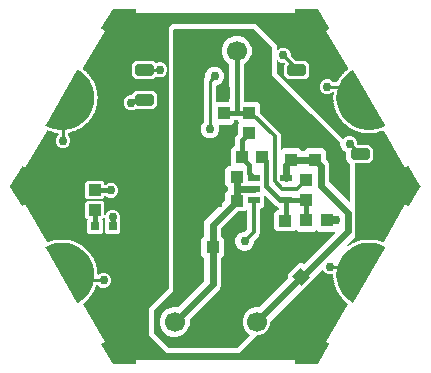
<source format=gbr>
G04 EAGLE Gerber RS-274X export*
G75*
%MOMM*%
%FSLAX34Y34*%
%LPD*%
%INTop Copper*%
%IPPOS*%
%AMOC8*
5,1,8,0,0,1.08239X$1,22.5*%
G01*
%ADD10R,0.800000X0.800000*%
%ADD11R,1.100000X1.000000*%
%ADD12C,0.499997*%
%ADD13C,1.000000*%
%ADD14R,1.000000X0.600000*%
%ADD15C,1.700000*%
%ADD16R,1.000000X1.100000*%
%ADD17C,0.406400*%
%ADD18C,0.756400*%
%ADD19C,0.254000*%
%ADD20C,0.609600*%
%ADD21C,0.304800*%

G36*
X278630Y195708D02*
X278630Y195708D01*
X278658Y195706D01*
X278726Y195728D01*
X278797Y195742D01*
X278820Y195758D01*
X278847Y195767D01*
X278902Y195814D01*
X278961Y195855D01*
X278976Y195879D01*
X278998Y195897D01*
X279029Y195962D01*
X279068Y196022D01*
X279073Y196050D01*
X279085Y196076D01*
X279094Y196177D01*
X279101Y196219D01*
X279099Y196229D01*
X279100Y196242D01*
X278861Y199243D01*
X413543Y199243D01*
X413304Y196242D01*
X413308Y196213D01*
X413303Y196185D01*
X413320Y196116D01*
X413328Y196044D01*
X413343Y196020D01*
X413349Y195992D01*
X413392Y195934D01*
X413428Y195872D01*
X413450Y195855D01*
X413467Y195832D01*
X413529Y195795D01*
X413586Y195752D01*
X413614Y195745D01*
X413638Y195730D01*
X413738Y195714D01*
X413779Y195703D01*
X413789Y195705D01*
X413802Y195703D01*
X432802Y195703D01*
X432878Y195718D01*
X432956Y195727D01*
X432975Y195738D01*
X432997Y195742D01*
X433061Y195786D01*
X433129Y195825D01*
X433145Y195844D01*
X433161Y195855D01*
X433185Y195893D01*
X433235Y195953D01*
X442735Y212453D01*
X442744Y212480D01*
X442760Y212504D01*
X442775Y212574D01*
X442798Y212642D01*
X442795Y212670D01*
X442801Y212698D01*
X442788Y212769D01*
X442782Y212840D01*
X442769Y212865D01*
X442763Y212893D01*
X442723Y212953D01*
X442690Y213016D01*
X442668Y213034D01*
X442652Y213058D01*
X442569Y213116D01*
X442537Y213143D01*
X442526Y213146D01*
X442516Y213153D01*
X439815Y214431D01*
X458239Y246342D01*
X458254Y246389D01*
X458279Y246432D01*
X458286Y246483D01*
X458303Y246532D01*
X458299Y246582D01*
X458305Y246631D01*
X458292Y246681D01*
X458288Y246732D01*
X458266Y246776D01*
X458253Y246824D01*
X458218Y246870D01*
X458197Y246911D01*
X458170Y246934D01*
X458144Y246968D01*
X457393Y247665D01*
X457363Y247683D01*
X457333Y247712D01*
X456512Y248272D01*
X456495Y248362D01*
X456469Y248427D01*
X456450Y248496D01*
X456430Y248522D01*
X456420Y248548D01*
X456383Y248584D01*
X456342Y248640D01*
X455093Y249797D01*
X455033Y249834D01*
X454977Y249878D01*
X454946Y249887D01*
X454922Y249902D01*
X454871Y249910D01*
X454805Y249929D01*
X454713Y249940D01*
X454094Y250716D01*
X454067Y250739D01*
X454042Y250772D01*
X453313Y251448D01*
X453310Y251539D01*
X453293Y251608D01*
X453285Y251678D01*
X453270Y251707D01*
X453263Y251734D01*
X453232Y251776D01*
X453200Y251837D01*
X452137Y253168D01*
X452083Y253213D01*
X452035Y253264D01*
X452005Y253278D01*
X451984Y253296D01*
X451935Y253312D01*
X451872Y253341D01*
X451783Y253365D01*
X451286Y254225D01*
X451263Y254251D01*
X451243Y254288D01*
X450624Y255065D01*
X450634Y255156D01*
X450628Y255226D01*
X450630Y255297D01*
X450619Y255328D01*
X450617Y255356D01*
X450593Y255401D01*
X450569Y255466D01*
X449717Y256941D01*
X449671Y256994D01*
X449631Y257052D01*
X449603Y257070D01*
X449585Y257091D01*
X449538Y257113D01*
X449481Y257152D01*
X449396Y257189D01*
X449033Y258114D01*
X449014Y258143D01*
X449000Y258182D01*
X448503Y259042D01*
X448527Y259131D01*
X448531Y259201D01*
X448544Y259271D01*
X448538Y259303D01*
X448539Y259331D01*
X448522Y259380D01*
X448509Y259448D01*
X447886Y261032D01*
X447848Y261092D01*
X447817Y261155D01*
X447793Y261177D01*
X447778Y261201D01*
X447735Y261230D01*
X447684Y261277D01*
X447606Y261326D01*
X447385Y262294D01*
X447370Y262326D01*
X447362Y262366D01*
X446999Y263291D01*
X447036Y263376D01*
X447051Y263445D01*
X447074Y263512D01*
X447072Y263544D01*
X447078Y263572D01*
X447069Y263622D01*
X447065Y263691D01*
X446686Y265351D01*
X446657Y265416D01*
X446636Y265483D01*
X446615Y265509D01*
X446604Y265534D01*
X446566Y265569D01*
X446522Y265623D01*
X446452Y265683D01*
X446378Y266674D01*
X446368Y266707D01*
X446367Y266749D01*
X446145Y267717D01*
X446194Y267795D01*
X446219Y267861D01*
X446252Y267924D01*
X446255Y267956D01*
X446265Y267983D01*
X446263Y268034D01*
X446270Y268103D01*
X446142Y269801D01*
X446123Y269869D01*
X446112Y269939D01*
X446096Y269967D01*
X446088Y269994D01*
X446056Y270034D01*
X446021Y270094D01*
X445961Y270164D01*
X446035Y271155D01*
X446031Y271189D01*
X446035Y271230D01*
X445999Y271713D01*
X445976Y271795D01*
X445957Y271878D01*
X445949Y271891D01*
X445944Y271906D01*
X445891Y271973D01*
X445842Y272042D01*
X445829Y272050D01*
X445820Y272063D01*
X445745Y272104D01*
X445673Y272149D01*
X445657Y272151D01*
X445644Y272159D01*
X445559Y272168D01*
X445475Y272182D01*
X445459Y272178D01*
X445444Y272180D01*
X445391Y272163D01*
X445299Y272143D01*
X444488Y271807D01*
X441972Y271807D01*
X439648Y272770D01*
X437870Y274548D01*
X437600Y275201D01*
X437597Y275204D01*
X437597Y275208D01*
X437542Y275287D01*
X437488Y275367D01*
X437485Y275369D01*
X437482Y275373D01*
X437401Y275424D01*
X437320Y275477D01*
X437316Y275478D01*
X437313Y275480D01*
X437218Y275496D01*
X437123Y275514D01*
X437119Y275513D01*
X437116Y275514D01*
X437022Y275492D01*
X436927Y275471D01*
X436924Y275469D01*
X436920Y275468D01*
X436772Y275365D01*
X392899Y231492D01*
X392895Y231486D01*
X392889Y231481D01*
X392840Y231403D01*
X392788Y231326D01*
X392787Y231318D01*
X392783Y231311D01*
X392751Y231134D01*
X392751Y229214D01*
X391070Y225156D01*
X387964Y222050D01*
X387914Y222029D01*
X386690Y221522D01*
X386689Y221522D01*
X385465Y221015D01*
X384240Y220508D01*
X383906Y220369D01*
X381986Y220369D01*
X381978Y220368D01*
X381971Y220369D01*
X381881Y220348D01*
X381790Y220330D01*
X381783Y220325D01*
X381776Y220323D01*
X381628Y220221D01*
X366384Y204977D01*
X305446Y204977D01*
X290067Y220356D01*
X290067Y243194D01*
X306429Y259556D01*
X306433Y259562D01*
X306439Y259567D01*
X306488Y259645D01*
X306540Y259722D01*
X306541Y259730D01*
X306545Y259737D01*
X306577Y259914D01*
X306577Y480684D01*
X309256Y483363D01*
X380354Y483363D01*
X398273Y465444D01*
X398273Y461779D01*
X398273Y461776D01*
X398273Y461774D01*
X398293Y461678D01*
X398312Y461583D01*
X398314Y461580D01*
X398314Y461578D01*
X398370Y461497D01*
X398425Y461417D01*
X398427Y461415D01*
X398429Y461413D01*
X398512Y461360D01*
X398593Y461307D01*
X398596Y461307D01*
X398598Y461306D01*
X398694Y461289D01*
X398790Y461272D01*
X398793Y461272D01*
X398795Y461272D01*
X398890Y461294D01*
X398986Y461315D01*
X398988Y461317D01*
X398991Y461318D01*
X399139Y461420D01*
X400151Y462433D01*
X400422Y462545D01*
X401646Y463052D01*
X402475Y463396D01*
X404991Y463396D01*
X407315Y462433D01*
X409093Y460655D01*
X410056Y458331D01*
X410056Y456350D01*
X410057Y456342D01*
X410056Y456334D01*
X410077Y456244D01*
X410095Y456153D01*
X410100Y456147D01*
X410102Y456139D01*
X410204Y455991D01*
X414006Y452189D01*
X414012Y452185D01*
X414017Y452178D01*
X414096Y452130D01*
X414173Y452078D01*
X414181Y452077D01*
X414187Y452073D01*
X414365Y452041D01*
X422624Y452041D01*
X425577Y449088D01*
X425577Y439912D01*
X422624Y436959D01*
X407448Y436959D01*
X404495Y439912D01*
X404495Y449088D01*
X405053Y449646D01*
X405056Y449650D01*
X405061Y449653D01*
X405111Y449733D01*
X405164Y449813D01*
X405165Y449818D01*
X405168Y449823D01*
X405184Y449916D01*
X405202Y450010D01*
X405201Y450015D01*
X405202Y450020D01*
X405180Y450113D01*
X405160Y450206D01*
X405157Y450210D01*
X405156Y450215D01*
X405053Y450363D01*
X404815Y450602D01*
X404809Y450606D01*
X404804Y450612D01*
X404725Y450661D01*
X404648Y450713D01*
X404640Y450714D01*
X404634Y450718D01*
X404456Y450750D01*
X402475Y450750D01*
X400151Y451713D01*
X399139Y452726D01*
X399136Y452727D01*
X399135Y452729D01*
X399134Y452730D01*
X399133Y452731D01*
X399055Y452781D01*
X398972Y452837D01*
X398969Y452837D01*
X398967Y452839D01*
X398871Y452856D01*
X398775Y452874D01*
X398772Y452874D01*
X398770Y452874D01*
X398673Y452853D01*
X398579Y452833D01*
X398577Y452831D01*
X398574Y452831D01*
X398494Y452774D01*
X398414Y452718D01*
X398413Y452716D01*
X398411Y452715D01*
X398359Y452631D01*
X398307Y452549D01*
X398306Y452547D01*
X398305Y452544D01*
X398273Y452367D01*
X398273Y442794D01*
X398274Y442786D01*
X398273Y442779D01*
X398294Y442689D01*
X398312Y442598D01*
X398317Y442591D01*
X398319Y442584D01*
X398421Y442436D01*
X454232Y386625D01*
X454237Y386622D01*
X454240Y386617D01*
X454320Y386566D01*
X454399Y386514D01*
X454404Y386513D01*
X454409Y386510D01*
X454503Y386494D01*
X454596Y386476D01*
X454601Y386477D01*
X454606Y386476D01*
X454699Y386498D01*
X454792Y386518D01*
X454797Y386521D01*
X454802Y386522D01*
X454950Y386625D01*
X456158Y387833D01*
X456511Y387979D01*
X457735Y388487D01*
X457736Y388487D01*
X458482Y388796D01*
X460998Y388796D01*
X463322Y387833D01*
X465100Y386055D01*
X466063Y383731D01*
X466063Y381750D01*
X466064Y381742D01*
X466063Y381734D01*
X466084Y381644D01*
X466102Y381553D01*
X466107Y381547D01*
X466109Y381539D01*
X466211Y381391D01*
X466330Y381272D01*
X466336Y381268D01*
X466341Y381262D01*
X466420Y381213D01*
X466497Y381162D01*
X466505Y381160D01*
X466511Y381156D01*
X466689Y381124D01*
X476629Y381124D01*
X479582Y378171D01*
X479582Y368995D01*
X476629Y366042D01*
X464820Y366042D01*
X464815Y366041D01*
X464810Y366042D01*
X464717Y366022D01*
X464623Y366003D01*
X464619Y366000D01*
X464614Y365999D01*
X464536Y365944D01*
X464458Y365890D01*
X464455Y365886D01*
X464451Y365883D01*
X464400Y365801D01*
X464348Y365722D01*
X464348Y365717D01*
X464345Y365713D01*
X464313Y365535D01*
X464313Y302906D01*
X457679Y296272D01*
X457627Y296194D01*
X457573Y296118D01*
X457572Y296111D01*
X457568Y296105D01*
X457550Y296013D01*
X457530Y295922D01*
X457531Y295915D01*
X457530Y295908D01*
X457550Y295817D01*
X457567Y295725D01*
X457570Y295719D01*
X457572Y295712D01*
X457625Y295635D01*
X457676Y295557D01*
X457682Y295553D01*
X457686Y295547D01*
X457765Y295497D01*
X457843Y295445D01*
X457850Y295443D01*
X457855Y295440D01*
X457902Y295432D01*
X458019Y295406D01*
X458198Y295400D01*
X458267Y295411D01*
X458338Y295414D01*
X458368Y295427D01*
X458395Y295432D01*
X458439Y295459D01*
X458502Y295488D01*
X459909Y296447D01*
X459958Y296498D01*
X460013Y296542D01*
X460029Y296571D01*
X460049Y296591D01*
X460068Y296639D01*
X460102Y296699D01*
X460132Y296786D01*
X461027Y297217D01*
X461055Y297238D01*
X461093Y297255D01*
X461914Y297815D01*
X462004Y297798D01*
X462075Y297799D01*
X462145Y297791D01*
X462176Y297800D01*
X462205Y297800D01*
X462252Y297821D01*
X462319Y297839D01*
X463852Y298579D01*
X463909Y298621D01*
X463970Y298657D01*
X463990Y298683D01*
X464012Y298700D01*
X464038Y298744D01*
X464081Y298799D01*
X464124Y298880D01*
X465073Y299173D01*
X465103Y299190D01*
X465144Y299201D01*
X466039Y299632D01*
X466126Y299602D01*
X466196Y299592D01*
X466264Y299574D01*
X466296Y299578D01*
X466324Y299575D01*
X466374Y299588D01*
X466443Y299596D01*
X468069Y300099D01*
X468131Y300132D01*
X468197Y300158D01*
X468221Y300181D01*
X468246Y300194D01*
X468278Y300235D01*
X468328Y300282D01*
X468383Y300356D01*
X469365Y300505D01*
X469398Y300517D01*
X469439Y300522D01*
X470388Y300815D01*
X470470Y300772D01*
X470537Y300752D01*
X470602Y300724D01*
X470635Y300723D01*
X470662Y300715D01*
X470713Y300721D01*
X470782Y300719D01*
X472466Y300973D01*
X472532Y300997D01*
X472601Y301013D01*
X472628Y301032D01*
X472654Y301042D01*
X472692Y301077D01*
X472749Y301116D01*
X472814Y301181D01*
X473808Y301181D01*
X473842Y301188D01*
X473883Y301187D01*
X474866Y301336D01*
X474940Y301281D01*
X475004Y301251D01*
X475064Y301214D01*
X475096Y301208D01*
X475121Y301196D01*
X475173Y301194D01*
X475241Y301182D01*
X476944Y301182D01*
X477013Y301196D01*
X477083Y301202D01*
X477113Y301217D01*
X477140Y301222D01*
X477183Y301251D01*
X477245Y301282D01*
X477319Y301336D01*
X478301Y301189D01*
X478336Y301190D01*
X478377Y301183D01*
X479371Y301183D01*
X479436Y301118D01*
X479495Y301079D01*
X479548Y301033D01*
X479579Y301023D01*
X479603Y301007D01*
X479653Y300998D01*
X479719Y300975D01*
X481403Y300722D01*
X481473Y300726D01*
X481544Y300721D01*
X481575Y300731D01*
X481603Y300732D01*
X481649Y300754D01*
X481715Y300775D01*
X481797Y300818D01*
X482746Y300526D01*
X482781Y300522D01*
X482820Y300509D01*
X483803Y300361D01*
X483857Y300287D01*
X483910Y300240D01*
X483956Y300187D01*
X483985Y300172D01*
X484006Y300153D01*
X484055Y300135D01*
X484116Y300104D01*
X485743Y299602D01*
X485813Y299595D01*
X485882Y299580D01*
X485915Y299585D01*
X485943Y299582D01*
X485992Y299598D01*
X486060Y299608D01*
X486147Y299639D01*
X487042Y299208D01*
X487055Y299205D01*
X487058Y299203D01*
X487073Y299200D01*
X487076Y299199D01*
X487113Y299180D01*
X488111Y298873D01*
X488160Y298868D01*
X488207Y298853D01*
X488259Y298858D01*
X488310Y298853D01*
X488358Y298867D01*
X488407Y298872D01*
X488452Y298896D01*
X488502Y298912D01*
X488540Y298943D01*
X488583Y298966D01*
X488621Y299011D01*
X488656Y299040D01*
X488672Y299072D01*
X488700Y299104D01*
X507122Y331014D01*
X509618Y329291D01*
X509645Y329280D01*
X509667Y329261D01*
X509736Y329241D01*
X509801Y329213D01*
X509830Y329213D01*
X509858Y329205D01*
X509929Y329213D01*
X510000Y329213D01*
X510027Y329224D01*
X510056Y329227D01*
X510118Y329262D01*
X510183Y329290D01*
X510204Y329310D01*
X510229Y329325D01*
X510292Y329402D01*
X510322Y329432D01*
X510326Y329442D01*
X510335Y329453D01*
X519835Y345953D01*
X519845Y345985D01*
X519854Y345998D01*
X519858Y346022D01*
X519859Y346026D01*
X519890Y346096D01*
X519890Y346120D01*
X519898Y346142D01*
X519892Y346218D01*
X519893Y346295D01*
X519883Y346319D01*
X519882Y346340D01*
X519861Y346379D01*
X519835Y346451D01*
X510335Y362951D01*
X510316Y362973D01*
X510303Y362999D01*
X510250Y363047D01*
X510203Y363100D01*
X510177Y363113D01*
X510156Y363132D01*
X510088Y363155D01*
X510024Y363186D01*
X509995Y363188D01*
X509968Y363197D01*
X509896Y363192D01*
X509825Y363195D01*
X509798Y363185D01*
X509769Y363183D01*
X509679Y363141D01*
X509639Y363126D01*
X509631Y363119D01*
X509618Y363113D01*
X507122Y361390D01*
X488700Y393300D01*
X488667Y393337D01*
X488643Y393380D01*
X488601Y393411D01*
X488567Y393450D01*
X488523Y393472D01*
X488484Y393502D01*
X488433Y393515D01*
X488387Y393538D01*
X488338Y393540D01*
X488290Y393553D01*
X488232Y393546D01*
X488186Y393548D01*
X488153Y393536D01*
X488111Y393531D01*
X487113Y393224D01*
X487082Y393207D01*
X487042Y393196D01*
X486147Y392765D01*
X486060Y392796D01*
X485990Y392805D01*
X485922Y392823D01*
X485890Y392819D01*
X485862Y392823D01*
X485812Y392810D01*
X485743Y392802D01*
X484116Y392300D01*
X484054Y392267D01*
X483988Y392240D01*
X483965Y392218D01*
X483940Y392205D01*
X483908Y392164D01*
X483857Y392117D01*
X483803Y392043D01*
X482820Y391895D01*
X482787Y391883D01*
X482746Y391878D01*
X481797Y391586D01*
X481715Y391629D01*
X481648Y391649D01*
X481583Y391677D01*
X481550Y391678D01*
X481523Y391686D01*
X481472Y391680D01*
X481403Y391682D01*
X479719Y391429D01*
X479653Y391405D01*
X479584Y391389D01*
X479557Y391370D01*
X479531Y391360D01*
X479493Y391325D01*
X479436Y391286D01*
X479371Y391221D01*
X478377Y391221D01*
X478343Y391214D01*
X478301Y391215D01*
X477319Y391068D01*
X477245Y391122D01*
X477181Y391152D01*
X477121Y391189D01*
X477089Y391195D01*
X477063Y391207D01*
X477012Y391209D01*
X476944Y391222D01*
X475241Y391222D01*
X475172Y391208D01*
X475102Y391203D01*
X475072Y391188D01*
X475045Y391183D01*
X475002Y391154D01*
X474940Y391123D01*
X474866Y391068D01*
X473883Y391217D01*
X473848Y391215D01*
X473808Y391223D01*
X472814Y391223D01*
X472749Y391288D01*
X472690Y391327D01*
X472637Y391373D01*
X472605Y391383D01*
X472582Y391399D01*
X472531Y391409D01*
X472466Y391431D01*
X470782Y391685D01*
X470712Y391682D01*
X470641Y391687D01*
X470610Y391677D01*
X470582Y391675D01*
X470536Y391653D01*
X470470Y391632D01*
X470388Y391589D01*
X469439Y391882D01*
X469404Y391886D01*
X469365Y391899D01*
X468383Y392048D01*
X468328Y392122D01*
X468276Y392169D01*
X468229Y392223D01*
X468200Y392238D01*
X468180Y392256D01*
X468131Y392274D01*
X468069Y392305D01*
X466443Y392808D01*
X466372Y392815D01*
X466303Y392830D01*
X466271Y392825D01*
X466243Y392828D01*
X466194Y392813D01*
X466126Y392802D01*
X466039Y392772D01*
X465144Y393203D01*
X465110Y393212D01*
X465073Y393231D01*
X464124Y393524D01*
X464081Y393605D01*
X464036Y393660D01*
X463998Y393720D01*
X463972Y393739D01*
X463954Y393761D01*
X463908Y393785D01*
X463852Y393825D01*
X462319Y394565D01*
X462250Y394582D01*
X462184Y394608D01*
X462152Y394607D01*
X462124Y394614D01*
X462073Y394607D01*
X462004Y394606D01*
X461914Y394589D01*
X461093Y395149D01*
X461061Y395162D01*
X461027Y395187D01*
X460132Y395618D01*
X460102Y395705D01*
X460066Y395766D01*
X460037Y395830D01*
X460014Y395854D01*
X460000Y395878D01*
X459966Y395903D01*
X459955Y395918D01*
X459937Y395929D01*
X459909Y395957D01*
X458502Y396916D01*
X458437Y396944D01*
X458376Y396979D01*
X458344Y396984D01*
X458318Y396994D01*
X458266Y396995D01*
X458198Y397004D01*
X458106Y397001D01*
X457378Y397677D01*
X457348Y397695D01*
X457318Y397724D01*
X456498Y398284D01*
X456480Y398375D01*
X456454Y398440D01*
X456435Y398508D01*
X456416Y398534D01*
X456405Y398560D01*
X456369Y398597D01*
X456327Y398652D01*
X455079Y399811D01*
X455019Y399848D01*
X454964Y399891D01*
X454932Y399901D01*
X454908Y399915D01*
X454857Y399923D01*
X454791Y399943D01*
X454700Y399953D01*
X454081Y400730D01*
X454054Y400753D01*
X454029Y400786D01*
X453301Y401462D01*
X453297Y401554D01*
X453281Y401623D01*
X453273Y401693D01*
X453257Y401722D01*
X453251Y401749D01*
X453220Y401791D01*
X453187Y401851D01*
X452126Y403183D01*
X452072Y403228D01*
X452024Y403280D01*
X451994Y403294D01*
X451973Y403312D01*
X451923Y403327D01*
X451861Y403357D01*
X451772Y403381D01*
X451275Y404241D01*
X451252Y404267D01*
X451233Y404304D01*
X450613Y405081D01*
X450624Y405172D01*
X450622Y405195D01*
X450622Y405197D01*
X450621Y405199D01*
X450618Y405243D01*
X450620Y405313D01*
X450609Y405344D01*
X450606Y405372D01*
X450582Y405418D01*
X450559Y405483D01*
X449708Y406958D01*
X449661Y407011D01*
X449621Y407069D01*
X449594Y407087D01*
X449576Y407108D01*
X449529Y407131D01*
X449472Y407169D01*
X449387Y407206D01*
X449025Y408131D01*
X449006Y408160D01*
X448992Y408199D01*
X448495Y409060D01*
X448519Y409149D01*
X448524Y409219D01*
X448536Y409289D01*
X448530Y409321D01*
X448532Y409349D01*
X448515Y409397D01*
X448502Y409465D01*
X447880Y411051D01*
X447842Y411110D01*
X447811Y411173D01*
X447787Y411195D01*
X447771Y411219D01*
X447729Y411248D01*
X447678Y411295D01*
X447600Y411344D01*
X447379Y412313D01*
X447365Y412344D01*
X447357Y412385D01*
X446994Y413310D01*
X447031Y413394D01*
X447046Y413463D01*
X447069Y413530D01*
X447067Y413563D01*
X447073Y413590D01*
X447064Y413641D01*
X447061Y413710D01*
X446682Y415370D01*
X446653Y415435D01*
X446632Y415502D01*
X446611Y415527D01*
X446600Y415553D01*
X446562Y415588D01*
X446519Y415642D01*
X446449Y415702D01*
X446375Y416693D01*
X446366Y416726D01*
X446364Y416768D01*
X446143Y417737D01*
X446192Y417814D01*
X446217Y417880D01*
X446250Y417943D01*
X446253Y417976D01*
X446263Y418002D01*
X446261Y418053D01*
X446268Y418122D01*
X446142Y419820D01*
X446122Y419888D01*
X446112Y419958D01*
X446095Y419986D01*
X446087Y420013D01*
X446055Y420053D01*
X446020Y420113D01*
X445960Y420183D01*
X446035Y421174D01*
X446031Y421208D01*
X446035Y421249D01*
X445961Y422240D01*
X446021Y422310D01*
X446056Y422372D01*
X446097Y422429D01*
X446105Y422460D01*
X446119Y422485D01*
X446125Y422536D01*
X446142Y422603D01*
X446270Y424301D01*
X446262Y424371D01*
X446261Y424442D01*
X446249Y424472D01*
X446246Y424500D01*
X446220Y424544D01*
X446194Y424609D01*
X446145Y424687D01*
X446367Y425655D01*
X446367Y425690D01*
X446378Y425730D01*
X446401Y426038D01*
X446398Y426060D01*
X446402Y426081D01*
X446386Y426159D01*
X446376Y426237D01*
X446365Y426256D01*
X446361Y426277D01*
X446316Y426342D01*
X446276Y426411D01*
X446259Y426424D01*
X446247Y426442D01*
X446180Y426484D01*
X446117Y426532D01*
X446096Y426538D01*
X446077Y426550D01*
X446000Y426563D01*
X445923Y426583D01*
X445901Y426579D01*
X445880Y426583D01*
X445803Y426565D01*
X445725Y426554D01*
X445706Y426543D01*
X445685Y426538D01*
X445599Y426478D01*
X445553Y426450D01*
X445547Y426442D01*
X445537Y426435D01*
X444272Y425170D01*
X443691Y424929D01*
X442467Y424422D01*
X442466Y424422D01*
X441948Y424207D01*
X439432Y424207D01*
X437108Y425170D01*
X435330Y426948D01*
X434367Y429272D01*
X434367Y431788D01*
X435330Y434112D01*
X437108Y435890D01*
X437779Y436168D01*
X437780Y436168D01*
X439004Y436675D01*
X439432Y436853D01*
X441948Y436853D01*
X444272Y435890D01*
X445672Y434489D01*
X445679Y434485D01*
X445684Y434479D01*
X445762Y434430D01*
X445839Y434378D01*
X445847Y434377D01*
X445854Y434373D01*
X446031Y434341D01*
X448707Y434341D01*
X448718Y434343D01*
X448729Y434341D01*
X448816Y434363D01*
X448904Y434380D01*
X448913Y434387D01*
X448924Y434389D01*
X448996Y434443D01*
X449069Y434493D01*
X449076Y434502D01*
X449085Y434509D01*
X449173Y434652D01*
X449179Y434661D01*
X449179Y434662D01*
X449179Y434663D01*
X449396Y435215D01*
X449481Y435252D01*
X449539Y435293D01*
X449601Y435326D01*
X449622Y435351D01*
X449645Y435367D01*
X449673Y435410D01*
X449717Y435463D01*
X450569Y436938D01*
X450592Y437004D01*
X450622Y437068D01*
X450624Y437101D01*
X450633Y437127D01*
X450629Y437179D01*
X450634Y437248D01*
X450624Y437339D01*
X451243Y438116D01*
X451259Y438147D01*
X451286Y438179D01*
X451783Y439039D01*
X451872Y439063D01*
X451935Y439094D01*
X452002Y439118D01*
X452027Y439139D01*
X452052Y439152D01*
X452085Y439191D01*
X452137Y439236D01*
X453200Y440567D01*
X453232Y440630D01*
X453271Y440689D01*
X453278Y440721D01*
X453291Y440746D01*
X453295Y440797D01*
X453310Y440865D01*
X453313Y440956D01*
X454042Y441632D01*
X454062Y441660D01*
X454094Y441688D01*
X454713Y442464D01*
X454805Y442475D01*
X454872Y442496D01*
X454941Y442510D01*
X454969Y442527D01*
X454996Y442536D01*
X455035Y442569D01*
X455093Y442607D01*
X456342Y443764D01*
X456383Y443822D01*
X456431Y443874D01*
X456442Y443904D01*
X456459Y443927D01*
X456470Y443977D01*
X456495Y444042D01*
X456512Y444132D01*
X457333Y444692D01*
X457357Y444716D01*
X457393Y444739D01*
X458144Y445436D01*
X458173Y445476D01*
X458210Y445509D01*
X458231Y445557D01*
X458261Y445599D01*
X458273Y445647D01*
X458293Y445692D01*
X458295Y445743D01*
X458306Y445794D01*
X458298Y445843D01*
X458300Y445892D01*
X458280Y445946D01*
X458272Y445991D01*
X458253Y446021D01*
X458239Y446062D01*
X439815Y477973D01*
X442516Y479251D01*
X442538Y479268D01*
X442565Y479278D01*
X442617Y479327D01*
X442675Y479370D01*
X442689Y479395D01*
X442710Y479414D01*
X442739Y479480D01*
X442775Y479542D01*
X442778Y479570D01*
X442790Y479596D01*
X442791Y479668D01*
X442800Y479739D01*
X442792Y479766D01*
X442793Y479795D01*
X442757Y479890D01*
X442746Y479930D01*
X442739Y479939D01*
X442735Y479951D01*
X433235Y496451D01*
X433183Y496510D01*
X433137Y496572D01*
X433118Y496583D01*
X433103Y496600D01*
X433033Y496634D01*
X432966Y496674D01*
X432942Y496678D01*
X432924Y496686D01*
X432879Y496688D01*
X432802Y496701D01*
X413802Y496701D01*
X413774Y496696D01*
X413746Y496698D01*
X413678Y496676D01*
X413607Y496662D01*
X413584Y496646D01*
X413557Y496637D01*
X413502Y496590D01*
X413443Y496549D01*
X413428Y496525D01*
X413407Y496507D01*
X413375Y496442D01*
X413336Y496382D01*
X413331Y496354D01*
X413319Y496328D01*
X413310Y496227D01*
X413303Y496185D01*
X413305Y496175D01*
X413304Y496162D01*
X413543Y493161D01*
X278861Y493161D01*
X279100Y496162D01*
X279096Y496191D01*
X279101Y496219D01*
X279084Y496288D01*
X279076Y496360D01*
X279062Y496384D01*
X279055Y496412D01*
X279012Y496470D01*
X278977Y496532D01*
X278954Y496549D01*
X278937Y496572D01*
X278875Y496609D01*
X278818Y496652D01*
X278790Y496659D01*
X278766Y496674D01*
X278666Y496690D01*
X278625Y496701D01*
X278615Y496699D01*
X278602Y496701D01*
X259602Y496701D01*
X259526Y496686D01*
X259448Y496677D01*
X259429Y496666D01*
X259407Y496662D01*
X259343Y496618D01*
X259275Y496579D01*
X259259Y496560D01*
X259243Y496549D01*
X259219Y496511D01*
X259169Y496451D01*
X249669Y479951D01*
X249660Y479924D01*
X249644Y479900D01*
X249629Y479830D01*
X249606Y479762D01*
X249609Y479734D01*
X249603Y479706D01*
X249617Y479636D01*
X249622Y479564D01*
X249635Y479539D01*
X249641Y479511D01*
X249681Y479451D01*
X249714Y479388D01*
X249736Y479370D01*
X249752Y479346D01*
X249835Y479288D01*
X249867Y479261D01*
X249878Y479258D01*
X249889Y479251D01*
X252589Y477973D01*
X234165Y446062D01*
X234150Y446015D01*
X234125Y445972D01*
X234118Y445921D01*
X234101Y445872D01*
X234105Y445822D01*
X234099Y445773D01*
X234112Y445723D01*
X234116Y445672D01*
X234138Y445628D01*
X234151Y445580D01*
X234186Y445534D01*
X234207Y445493D01*
X234234Y445470D01*
X234260Y445436D01*
X235011Y444739D01*
X235041Y444721D01*
X235071Y444692D01*
X235892Y444132D01*
X235909Y444042D01*
X235935Y443977D01*
X235954Y443908D01*
X235974Y443882D01*
X235984Y443856D01*
X236021Y443820D01*
X236062Y443764D01*
X237311Y442607D01*
X237371Y442570D01*
X237427Y442526D01*
X237458Y442517D01*
X237482Y442502D01*
X237533Y442494D01*
X237599Y442475D01*
X237691Y442464D01*
X238310Y441688D01*
X238337Y441665D01*
X238362Y441632D01*
X239091Y440956D01*
X239094Y440865D01*
X239111Y440796D01*
X239119Y440726D01*
X239134Y440697D01*
X239141Y440670D01*
X239172Y440628D01*
X239204Y440567D01*
X240267Y439236D01*
X240321Y439191D01*
X240369Y439140D01*
X240399Y439126D01*
X240420Y439108D01*
X240469Y439092D01*
X240532Y439063D01*
X240621Y439039D01*
X241118Y438179D01*
X241141Y438153D01*
X241161Y438116D01*
X241780Y437339D01*
X241770Y437248D01*
X241776Y437178D01*
X241774Y437107D01*
X241785Y437076D01*
X241787Y437048D01*
X241811Y437003D01*
X241835Y436938D01*
X242687Y435463D01*
X242733Y435410D01*
X242773Y435352D01*
X242801Y435334D01*
X242819Y435313D01*
X242866Y435291D01*
X242923Y435252D01*
X243008Y435215D01*
X243371Y434290D01*
X243390Y434261D01*
X243404Y434222D01*
X243901Y433362D01*
X243877Y433273D01*
X243873Y433203D01*
X243860Y433133D01*
X243866Y433101D01*
X243865Y433073D01*
X243882Y433024D01*
X243895Y432956D01*
X244518Y431372D01*
X244522Y431365D01*
X244524Y431357D01*
X244556Y431311D01*
X244587Y431249D01*
X244611Y431227D01*
X244626Y431203D01*
X244639Y431194D01*
X244640Y431194D01*
X244643Y431192D01*
X244669Y431174D01*
X244720Y431127D01*
X244798Y431079D01*
X245019Y430110D01*
X245034Y430078D01*
X245042Y430038D01*
X245405Y429113D01*
X245368Y429028D01*
X245353Y428959D01*
X245330Y428892D01*
X245332Y428860D01*
X245326Y428832D01*
X245335Y428782D01*
X245339Y428713D01*
X245718Y427053D01*
X245747Y426988D01*
X245768Y426921D01*
X245789Y426895D01*
X245800Y426870D01*
X245838Y426835D01*
X245882Y426781D01*
X245952Y426721D01*
X246026Y425730D01*
X246036Y425697D01*
X246037Y425655D01*
X246259Y424687D01*
X246210Y424609D01*
X246185Y424543D01*
X246152Y424480D01*
X246149Y424448D01*
X246139Y424421D01*
X246141Y424370D01*
X246134Y424301D01*
X246262Y422603D01*
X246281Y422535D01*
X246292Y422465D01*
X246308Y422437D01*
X246316Y422410D01*
X246348Y422370D01*
X246383Y422310D01*
X246443Y422240D01*
X246369Y421249D01*
X246373Y421215D01*
X246369Y421174D01*
X246444Y420183D01*
X246384Y420113D01*
X246349Y420052D01*
X246308Y419995D01*
X246299Y419963D01*
X246286Y419938D01*
X246280Y419887D01*
X246262Y419820D01*
X246136Y418122D01*
X246144Y418052D01*
X246145Y417982D01*
X246157Y417951D01*
X246161Y417923D01*
X246186Y417879D01*
X246212Y417814D01*
X246261Y417737D01*
X246040Y416768D01*
X246039Y416733D01*
X246029Y416693D01*
X245955Y415702D01*
X245885Y415642D01*
X245842Y415586D01*
X245792Y415536D01*
X245780Y415506D01*
X245762Y415484D01*
X245749Y415434D01*
X245722Y415370D01*
X245343Y413710D01*
X245342Y413640D01*
X245332Y413570D01*
X245339Y413538D01*
X245338Y413510D01*
X245357Y413462D01*
X245373Y413394D01*
X245410Y413310D01*
X245047Y412385D01*
X245041Y412351D01*
X245025Y412313D01*
X244804Y411344D01*
X244726Y411295D01*
X244675Y411246D01*
X244619Y411204D01*
X244601Y411176D01*
X244581Y411157D01*
X244560Y411109D01*
X244524Y411051D01*
X243902Y409465D01*
X243890Y409396D01*
X243870Y409328D01*
X243873Y409296D01*
X243868Y409268D01*
X243879Y409218D01*
X243885Y409149D01*
X243909Y409060D01*
X243412Y408199D01*
X243401Y408166D01*
X243379Y408131D01*
X243017Y407206D01*
X242932Y407169D01*
X242874Y407129D01*
X242812Y407095D01*
X242791Y407070D01*
X242768Y407054D01*
X242741Y407011D01*
X242696Y406958D01*
X241845Y405483D01*
X241822Y405416D01*
X241792Y405352D01*
X241790Y405319D01*
X241781Y405293D01*
X241785Y405241D01*
X241780Y405172D01*
X241791Y405081D01*
X241171Y404304D01*
X241156Y404273D01*
X241129Y404241D01*
X240632Y403381D01*
X240543Y403357D01*
X240480Y403325D01*
X240414Y403302D01*
X240389Y403280D01*
X240364Y403268D01*
X240330Y403228D01*
X240278Y403183D01*
X239217Y401851D01*
X239185Y401789D01*
X239145Y401730D01*
X239138Y401698D01*
X239125Y401673D01*
X239121Y401622D01*
X239107Y401554D01*
X239103Y401462D01*
X238375Y400786D01*
X238355Y400758D01*
X238323Y400730D01*
X237704Y399953D01*
X237613Y399943D01*
X237546Y399921D01*
X237476Y399908D01*
X237449Y399890D01*
X237422Y399882D01*
X237383Y399848D01*
X237325Y399811D01*
X236077Y398652D01*
X236036Y398595D01*
X235988Y398543D01*
X235976Y398512D01*
X235960Y398490D01*
X235948Y398439D01*
X235924Y398375D01*
X235906Y398284D01*
X235086Y397724D01*
X235061Y397699D01*
X235026Y397677D01*
X234298Y397001D01*
X234206Y397004D01*
X234137Y396993D01*
X234066Y396990D01*
X234036Y396977D01*
X234009Y396972D01*
X233965Y396945D01*
X233902Y396916D01*
X232495Y395957D01*
X232460Y395921D01*
X232434Y395903D01*
X232425Y395890D01*
X232391Y395862D01*
X232375Y395833D01*
X232355Y395813D01*
X232336Y395765D01*
X232302Y395705D01*
X232272Y395618D01*
X231377Y395187D01*
X231349Y395166D01*
X231311Y395149D01*
X230490Y394589D01*
X230400Y394606D01*
X230329Y394605D01*
X230259Y394613D01*
X230228Y394604D01*
X230199Y394604D01*
X230152Y394583D01*
X230085Y394565D01*
X228552Y393825D01*
X228495Y393783D01*
X228434Y393747D01*
X228414Y393721D01*
X228392Y393704D01*
X228366Y393660D01*
X228323Y393605D01*
X228280Y393524D01*
X227331Y393231D01*
X227301Y393214D01*
X227260Y393203D01*
X226365Y392772D01*
X226278Y392802D01*
X226209Y392812D01*
X226140Y392830D01*
X226108Y392826D01*
X226080Y392829D01*
X226030Y392816D01*
X225961Y392808D01*
X224335Y392305D01*
X224273Y392272D01*
X224207Y392246D01*
X224183Y392223D01*
X224159Y392210D01*
X224126Y392169D01*
X224076Y392122D01*
X224021Y392048D01*
X223039Y391899D01*
X223006Y391887D01*
X222965Y391882D01*
X222016Y391589D01*
X221934Y391632D01*
X221867Y391652D01*
X221802Y391680D01*
X221769Y391681D01*
X221742Y391689D01*
X221691Y391683D01*
X221622Y391685D01*
X221412Y391654D01*
X221348Y391630D01*
X221282Y391616D01*
X221255Y391596D01*
X221224Y391585D01*
X221174Y391539D01*
X221119Y391500D01*
X221101Y391471D01*
X221077Y391449D01*
X221049Y391387D01*
X221013Y391329D01*
X221006Y391294D01*
X220994Y391267D01*
X220992Y391217D01*
X220981Y391152D01*
X220981Y390151D01*
X220982Y390143D01*
X220981Y390136D01*
X221002Y390046D01*
X221020Y389955D01*
X221025Y389948D01*
X221027Y389940D01*
X221129Y389792D01*
X222530Y388392D01*
X223493Y386068D01*
X223493Y383552D01*
X222530Y381228D01*
X220752Y379450D01*
X220334Y379277D01*
X219109Y378770D01*
X218428Y378487D01*
X215912Y378487D01*
X213588Y379450D01*
X211810Y381228D01*
X210847Y383552D01*
X210847Y386068D01*
X211810Y388392D01*
X213211Y389792D01*
X213215Y389799D01*
X213221Y389803D01*
X213270Y389882D01*
X213322Y389959D01*
X213323Y389967D01*
X213327Y389974D01*
X213359Y390151D01*
X213359Y390713D01*
X213358Y390719D01*
X213359Y390724D01*
X213339Y390816D01*
X213320Y390910D01*
X213317Y390915D01*
X213315Y390920D01*
X213261Y390996D01*
X213207Y391076D01*
X213202Y391079D01*
X213199Y391083D01*
X213124Y391130D01*
X212968Y391286D01*
X212909Y391325D01*
X212856Y391371D01*
X212825Y391381D01*
X212801Y391397D01*
X212751Y391406D01*
X212685Y391429D01*
X211001Y391682D01*
X210931Y391678D01*
X210860Y391683D01*
X210829Y391673D01*
X210801Y391672D01*
X210755Y391650D01*
X210689Y391629D01*
X210607Y391586D01*
X209658Y391878D01*
X209623Y391882D01*
X209584Y391895D01*
X208601Y392043D01*
X208547Y392117D01*
X208494Y392164D01*
X208448Y392217D01*
X208419Y392232D01*
X208398Y392251D01*
X208349Y392269D01*
X208288Y392300D01*
X206661Y392802D01*
X206591Y392809D01*
X206522Y392824D01*
X206489Y392819D01*
X206461Y392822D01*
X206412Y392806D01*
X206344Y392796D01*
X206257Y392765D01*
X205362Y393196D01*
X205328Y393205D01*
X205291Y393224D01*
X204293Y393531D01*
X204244Y393536D01*
X204197Y393551D01*
X204145Y393546D01*
X204094Y393551D01*
X204046Y393537D01*
X203997Y393532D01*
X203952Y393508D01*
X203902Y393492D01*
X203864Y393461D01*
X203821Y393438D01*
X203783Y393393D01*
X203748Y393364D01*
X203732Y393332D01*
X203704Y393300D01*
X185282Y361390D01*
X182786Y363113D01*
X182759Y363124D01*
X182737Y363143D01*
X182668Y363163D01*
X182603Y363191D01*
X182574Y363191D01*
X182546Y363199D01*
X182475Y363191D01*
X182404Y363192D01*
X182377Y363180D01*
X182348Y363177D01*
X182286Y363142D01*
X182221Y363114D01*
X182200Y363094D01*
X182175Y363079D01*
X182112Y363002D01*
X182082Y362972D01*
X182078Y362962D01*
X182069Y362951D01*
X172569Y346451D01*
X172545Y346378D01*
X172514Y346308D01*
X172514Y346284D01*
X172506Y346262D01*
X172513Y346186D01*
X172512Y346109D01*
X172521Y346085D01*
X172522Y346064D01*
X172543Y346025D01*
X172562Y345973D01*
X172563Y345967D01*
X172565Y345965D01*
X172569Y345953D01*
X182069Y329453D01*
X182088Y329431D01*
X182101Y329405D01*
X182154Y329357D01*
X182201Y329304D01*
X182227Y329291D01*
X182249Y329272D01*
X182316Y329249D01*
X182380Y329218D01*
X182409Y329217D01*
X182436Y329207D01*
X182508Y329212D01*
X182579Y329209D01*
X182606Y329219D01*
X182635Y329221D01*
X182725Y329263D01*
X182765Y329278D01*
X182773Y329285D01*
X182786Y329291D01*
X185282Y331014D01*
X203704Y299104D01*
X203737Y299067D01*
X203761Y299024D01*
X203803Y298993D01*
X203837Y298954D01*
X203881Y298932D01*
X203920Y298902D01*
X203971Y298889D01*
X204017Y298866D01*
X204066Y298864D01*
X204114Y298851D01*
X204172Y298858D01*
X204218Y298856D01*
X204251Y298868D01*
X204293Y298873D01*
X205291Y299180D01*
X205322Y299197D01*
X205362Y299208D01*
X206257Y299639D01*
X206344Y299608D01*
X206414Y299599D01*
X206482Y299581D01*
X206514Y299585D01*
X206542Y299581D01*
X206592Y299594D01*
X206661Y299602D01*
X208288Y300104D01*
X208350Y300137D01*
X208416Y300164D01*
X208439Y300186D01*
X208464Y300199D01*
X208496Y300240D01*
X208547Y300287D01*
X208601Y300361D01*
X209584Y300509D01*
X209617Y300521D01*
X209658Y300526D01*
X210607Y300818D01*
X210689Y300775D01*
X210756Y300755D01*
X210821Y300727D01*
X210854Y300726D01*
X210881Y300718D01*
X210932Y300724D01*
X211001Y300722D01*
X212685Y300975D01*
X212751Y300999D01*
X212820Y301015D01*
X212847Y301034D01*
X212873Y301044D01*
X212911Y301079D01*
X212968Y301118D01*
X213033Y301183D01*
X214027Y301183D01*
X214061Y301190D01*
X214103Y301189D01*
X215085Y301336D01*
X215159Y301282D01*
X215223Y301252D01*
X215283Y301215D01*
X215315Y301209D01*
X215341Y301197D01*
X215392Y301195D01*
X215460Y301182D01*
X217163Y301182D01*
X217232Y301196D01*
X217303Y301201D01*
X217332Y301216D01*
X217359Y301221D01*
X217402Y301250D01*
X217464Y301281D01*
X217538Y301336D01*
X218521Y301187D01*
X218556Y301189D01*
X218596Y301181D01*
X219590Y301181D01*
X219655Y301116D01*
X219714Y301077D01*
X219767Y301031D01*
X219799Y301021D01*
X219822Y301005D01*
X219873Y300995D01*
X219938Y300973D01*
X221622Y300719D01*
X221692Y300722D01*
X221763Y300717D01*
X221794Y300727D01*
X221822Y300729D01*
X221868Y300751D01*
X221934Y300772D01*
X222016Y300815D01*
X222965Y300522D01*
X223000Y300518D01*
X223039Y300505D01*
X224021Y300356D01*
X224076Y300282D01*
X224128Y300235D01*
X224175Y300181D01*
X224204Y300166D01*
X224224Y300148D01*
X224273Y300130D01*
X224335Y300099D01*
X225961Y299596D01*
X226032Y299589D01*
X226101Y299574D01*
X226133Y299579D01*
X226161Y299576D01*
X226210Y299591D01*
X226278Y299602D01*
X226365Y299632D01*
X227260Y299201D01*
X227294Y299192D01*
X227331Y299173D01*
X228280Y298880D01*
X228323Y298799D01*
X228368Y298744D01*
X228406Y298684D01*
X228432Y298665D01*
X228450Y298643D01*
X228496Y298619D01*
X228552Y298579D01*
X230085Y297839D01*
X230154Y297822D01*
X230220Y297796D01*
X230252Y297797D01*
X230280Y297790D01*
X230331Y297797D01*
X230400Y297798D01*
X230490Y297815D01*
X231311Y297255D01*
X231343Y297242D01*
X231377Y297217D01*
X232272Y296786D01*
X232302Y296699D01*
X232338Y296638D01*
X232367Y296574D01*
X232390Y296550D01*
X232404Y296526D01*
X232446Y296496D01*
X232495Y296447D01*
X233902Y295488D01*
X233967Y295460D01*
X234028Y295425D01*
X234060Y295420D01*
X234086Y295410D01*
X234138Y295409D01*
X234206Y295400D01*
X234298Y295403D01*
X235026Y294727D01*
X235056Y294709D01*
X235086Y294680D01*
X235906Y294120D01*
X235924Y294029D01*
X235950Y293964D01*
X235969Y293896D01*
X235988Y293870D01*
X235999Y293844D01*
X236035Y293807D01*
X236077Y293752D01*
X237325Y292593D01*
X237385Y292556D01*
X237440Y292513D01*
X237472Y292503D01*
X237496Y292489D01*
X237547Y292481D01*
X237613Y292461D01*
X237704Y292451D01*
X238323Y291674D01*
X238350Y291651D01*
X238375Y291618D01*
X239103Y290942D01*
X239107Y290850D01*
X239123Y290781D01*
X239131Y290711D01*
X239147Y290682D01*
X239153Y290655D01*
X239184Y290613D01*
X239217Y290553D01*
X240278Y289221D01*
X240332Y289176D01*
X240338Y289169D01*
X240342Y289164D01*
X240345Y289162D01*
X240380Y289124D01*
X240410Y289110D01*
X240431Y289092D01*
X240481Y289077D01*
X240486Y289074D01*
X240512Y289058D01*
X240526Y289056D01*
X240543Y289047D01*
X240632Y289023D01*
X241129Y288163D01*
X241152Y288137D01*
X241171Y288100D01*
X241791Y287323D01*
X241780Y287232D01*
X241786Y287161D01*
X241784Y287091D01*
X241795Y287060D01*
X241798Y287032D01*
X241822Y286986D01*
X241845Y286921D01*
X242696Y285446D01*
X242742Y285393D01*
X242783Y285335D01*
X242810Y285317D01*
X242828Y285296D01*
X242875Y285273D01*
X242932Y285235D01*
X243017Y285198D01*
X243379Y284273D01*
X243385Y284264D01*
X243387Y284255D01*
X243402Y284234D01*
X243412Y284205D01*
X243909Y283344D01*
X243885Y283255D01*
X243880Y283185D01*
X243868Y283115D01*
X243874Y283083D01*
X243872Y283055D01*
X243889Y283006D01*
X243903Y282939D01*
X244524Y281353D01*
X244562Y281294D01*
X244593Y281231D01*
X244617Y281209D01*
X244633Y281185D01*
X244675Y281156D01*
X244726Y281109D01*
X244804Y281060D01*
X245025Y280091D01*
X245039Y280060D01*
X245047Y280019D01*
X245410Y279094D01*
X245373Y279010D01*
X245358Y278941D01*
X245335Y278874D01*
X245337Y278841D01*
X245331Y278814D01*
X245340Y278763D01*
X245343Y278694D01*
X245722Y277034D01*
X245751Y276969D01*
X245772Y276902D01*
X245793Y276877D01*
X245804Y276851D01*
X245842Y276816D01*
X245885Y276762D01*
X245955Y276702D01*
X246029Y275711D01*
X246038Y275678D01*
X246040Y275636D01*
X246261Y274667D01*
X246212Y274590D01*
X246192Y274535D01*
X246170Y274503D01*
X246167Y274485D01*
X246154Y274461D01*
X246151Y274428D01*
X246141Y274402D01*
X246143Y274351D01*
X246135Y274305D01*
X246137Y274295D01*
X246136Y274282D01*
X246262Y272584D01*
X246282Y272516D01*
X246292Y272446D01*
X246309Y272418D01*
X246317Y272391D01*
X246349Y272351D01*
X246384Y272291D01*
X246444Y272221D01*
X246416Y271859D01*
X246419Y271838D01*
X246415Y271816D01*
X246431Y271739D01*
X246441Y271660D01*
X246452Y271642D01*
X246457Y271620D01*
X246502Y271555D01*
X246541Y271487D01*
X246558Y271473D01*
X246571Y271455D01*
X246638Y271413D01*
X246700Y271365D01*
X246722Y271360D01*
X246740Y271348D01*
X246818Y271335D01*
X246894Y271315D01*
X246916Y271318D01*
X246938Y271314D01*
X247015Y271332D01*
X247093Y271344D01*
X247112Y271355D01*
X247133Y271360D01*
X247218Y271419D01*
X247265Y271447D01*
X247271Y271456D01*
X247281Y271463D01*
X247878Y272060D01*
X248521Y272326D01*
X249746Y272834D01*
X250202Y273023D01*
X252718Y273023D01*
X255042Y272060D01*
X256820Y270282D01*
X257783Y267958D01*
X257783Y265442D01*
X256820Y263118D01*
X255042Y261340D01*
X254433Y261088D01*
X253208Y260580D01*
X252718Y260377D01*
X250202Y260377D01*
X247878Y261340D01*
X246478Y262741D01*
X246471Y262745D01*
X246466Y262751D01*
X246388Y262800D01*
X246311Y262852D01*
X246303Y262853D01*
X246296Y262857D01*
X246119Y262889D01*
X245593Y262889D01*
X245582Y262887D01*
X245571Y262889D01*
X245484Y262867D01*
X245396Y262850D01*
X245387Y262843D01*
X245376Y262841D01*
X245304Y262787D01*
X245230Y262737D01*
X245224Y262728D01*
X245215Y262721D01*
X245127Y262578D01*
X245121Y262569D01*
X245121Y262568D01*
X245042Y262367D01*
X245036Y262332D01*
X245033Y262329D01*
X245033Y262325D01*
X245019Y262294D01*
X244798Y261325D01*
X244720Y261277D01*
X244669Y261228D01*
X244612Y261186D01*
X244595Y261158D01*
X244575Y261139D01*
X244554Y261091D01*
X244518Y261032D01*
X243895Y259448D01*
X243883Y259378D01*
X243862Y259311D01*
X243865Y259278D01*
X243860Y259250D01*
X243871Y259200D01*
X243877Y259131D01*
X243901Y259042D01*
X243404Y258182D01*
X243393Y258149D01*
X243371Y258114D01*
X243008Y257189D01*
X242923Y257152D01*
X242865Y257111D01*
X242803Y257078D01*
X242782Y257053D01*
X242759Y257037D01*
X242731Y256994D01*
X242687Y256941D01*
X241835Y255466D01*
X241812Y255400D01*
X241782Y255336D01*
X241780Y255303D01*
X241771Y255277D01*
X241775Y255225D01*
X241770Y255156D01*
X241780Y255065D01*
X241161Y254288D01*
X241145Y254257D01*
X241118Y254225D01*
X240621Y253365D01*
X240532Y253341D01*
X240469Y253310D01*
X240402Y253286D01*
X240377Y253265D01*
X240352Y253252D01*
X240319Y253213D01*
X240267Y253168D01*
X239204Y251837D01*
X239172Y251774D01*
X239133Y251715D01*
X239126Y251683D01*
X239113Y251658D01*
X239109Y251607D01*
X239094Y251539D01*
X239091Y251448D01*
X238362Y250772D01*
X238342Y250744D01*
X238310Y250716D01*
X237691Y249940D01*
X237599Y249929D01*
X237532Y249908D01*
X237463Y249894D01*
X237435Y249877D01*
X237408Y249868D01*
X237369Y249835D01*
X237311Y249797D01*
X236062Y248640D01*
X236021Y248582D01*
X235973Y248530D01*
X235962Y248500D01*
X235945Y248477D01*
X235934Y248427D01*
X235909Y248362D01*
X235892Y248272D01*
X235071Y247712D01*
X235047Y247688D01*
X235011Y247665D01*
X234260Y246968D01*
X234231Y246928D01*
X234194Y246895D01*
X234173Y246847D01*
X234143Y246805D01*
X234131Y246757D01*
X234111Y246712D01*
X234109Y246661D01*
X234098Y246610D01*
X234106Y246561D01*
X234104Y246512D01*
X234124Y246458D01*
X234132Y246413D01*
X234151Y246383D01*
X234165Y246342D01*
X252589Y214431D01*
X249889Y213153D01*
X249866Y213136D01*
X249839Y213126D01*
X249787Y213077D01*
X249729Y213034D01*
X249715Y213009D01*
X249694Y212990D01*
X249665Y212924D01*
X249629Y212862D01*
X249626Y212834D01*
X249614Y212808D01*
X249613Y212736D01*
X249604Y212665D01*
X249612Y212638D01*
X249612Y212609D01*
X249647Y212514D01*
X249658Y212474D01*
X249665Y212465D01*
X249669Y212453D01*
X259169Y195953D01*
X259221Y195895D01*
X259267Y195832D01*
X259286Y195821D01*
X259301Y195804D01*
X259371Y195770D01*
X259438Y195730D01*
X259463Y195726D01*
X259480Y195718D01*
X259525Y195716D01*
X259602Y195703D01*
X278602Y195703D01*
X278630Y195708D01*
G37*
G36*
X364498Y209044D02*
X364498Y209044D01*
X364505Y209043D01*
X364595Y209064D01*
X364687Y209082D01*
X364693Y209087D01*
X364701Y209089D01*
X364849Y209191D01*
X375345Y219687D01*
X375347Y219691D01*
X375350Y219693D01*
X375402Y219774D01*
X375456Y219854D01*
X375456Y219858D01*
X375459Y219862D01*
X375475Y219957D01*
X375493Y220051D01*
X375493Y220055D01*
X375493Y220059D01*
X375472Y220154D01*
X375452Y220247D01*
X375449Y220251D01*
X375449Y220254D01*
X375392Y220333D01*
X375337Y220412D01*
X375334Y220414D01*
X375332Y220417D01*
X375180Y220515D01*
X374593Y220758D01*
X371058Y224293D01*
X369145Y228911D01*
X369145Y233909D01*
X371058Y238527D01*
X374593Y242062D01*
X375797Y242561D01*
X377022Y243068D01*
X378246Y243575D01*
X378247Y243575D01*
X379211Y243975D01*
X382887Y243975D01*
X382894Y243976D01*
X382902Y243975D01*
X382992Y243996D01*
X383083Y244014D01*
X383090Y244019D01*
X383097Y244021D01*
X383245Y244123D01*
X407123Y268001D01*
X407127Y268007D01*
X407133Y268012D01*
X407182Y268090D01*
X407233Y268168D01*
X407235Y268175D01*
X407239Y268182D01*
X407271Y268359D01*
X407271Y271617D01*
X416723Y281069D01*
X420091Y281069D01*
X420342Y280818D01*
X420346Y280815D01*
X420349Y280811D01*
X420429Y280760D01*
X420509Y280707D01*
X420514Y280706D01*
X420518Y280703D01*
X420612Y280687D01*
X420705Y280669D01*
X420711Y280670D01*
X420716Y280670D01*
X420808Y280691D01*
X420902Y280711D01*
X420906Y280714D01*
X420911Y280715D01*
X421059Y280818D01*
X447310Y307069D01*
X447312Y307072D01*
X447314Y307073D01*
X447367Y307154D01*
X447421Y307236D01*
X447422Y307239D01*
X447423Y307241D01*
X447441Y307337D01*
X447459Y307433D01*
X447458Y307436D01*
X447459Y307438D01*
X447437Y307535D01*
X447417Y307629D01*
X447416Y307631D01*
X447415Y307634D01*
X447359Y307714D01*
X447303Y307794D01*
X447301Y307795D01*
X447299Y307797D01*
X447217Y307849D01*
X447134Y307901D01*
X447131Y307902D01*
X447129Y307903D01*
X446952Y307935D01*
X433616Y307935D01*
X432159Y309393D01*
X432154Y309396D01*
X432151Y309400D01*
X432071Y309451D01*
X431992Y309504D01*
X431987Y309505D01*
X431982Y309508D01*
X431888Y309524D01*
X431795Y309541D01*
X431790Y309540D01*
X431784Y309541D01*
X431692Y309520D01*
X431599Y309500D01*
X431594Y309497D01*
X431589Y309496D01*
X431441Y309393D01*
X429984Y307935D01*
X416616Y307935D01*
X414769Y309783D01*
X414764Y309786D01*
X414761Y309790D01*
X414681Y309841D01*
X414602Y309894D01*
X414597Y309895D01*
X414592Y309898D01*
X414498Y309914D01*
X414405Y309931D01*
X414400Y309930D01*
X414395Y309931D01*
X414302Y309910D01*
X414209Y309890D01*
X414204Y309887D01*
X414199Y309886D01*
X414051Y309783D01*
X412314Y308045D01*
X397946Y308045D01*
X395565Y310426D01*
X395565Y323794D01*
X397946Y326175D01*
X399576Y326175D01*
X399581Y326176D01*
X399586Y326175D01*
X399679Y326196D01*
X399773Y326214D01*
X399777Y326217D01*
X399782Y326218D01*
X399860Y326274D01*
X399938Y326327D01*
X399941Y326331D01*
X399945Y326334D01*
X399996Y326416D01*
X400048Y326495D01*
X400048Y326500D01*
X400051Y326505D01*
X400083Y326682D01*
X400083Y327098D01*
X400082Y327103D01*
X400083Y327108D01*
X400062Y327201D01*
X400044Y327295D01*
X400041Y327299D01*
X400040Y327304D01*
X399984Y327382D01*
X399931Y327460D01*
X399927Y327463D01*
X399924Y327468D01*
X399842Y327518D01*
X399763Y327570D01*
X399758Y327571D01*
X399753Y327573D01*
X399576Y327605D01*
X399496Y327605D01*
X397950Y329152D01*
X397942Y329157D01*
X397937Y329164D01*
X397785Y329262D01*
X397206Y329501D01*
X395420Y331288D01*
X388611Y338097D01*
X388608Y338099D01*
X388607Y338101D01*
X388526Y338153D01*
X388444Y338208D01*
X388441Y338209D01*
X388439Y338210D01*
X388343Y338227D01*
X388247Y338246D01*
X388244Y338245D01*
X388242Y338246D01*
X388145Y338224D01*
X388051Y338204D01*
X388049Y338203D01*
X388046Y338202D01*
X387966Y338146D01*
X387886Y338090D01*
X387885Y338088D01*
X387883Y338086D01*
X387831Y338003D01*
X387779Y337921D01*
X387778Y337918D01*
X387777Y337916D01*
X387745Y337739D01*
X387745Y329986D01*
X385364Y327605D01*
X384776Y327605D01*
X384771Y327604D01*
X384766Y327605D01*
X384673Y327584D01*
X384579Y327566D01*
X384575Y327563D01*
X384570Y327562D01*
X384492Y327506D01*
X384414Y327453D01*
X384411Y327449D01*
X384407Y327446D01*
X384356Y327364D01*
X384304Y327285D01*
X384304Y327280D01*
X384301Y327275D01*
X384269Y327098D01*
X384269Y306448D01*
X383418Y304394D01*
X378835Y299812D01*
X378831Y299805D01*
X378825Y299801D01*
X378776Y299722D01*
X378724Y299645D01*
X378723Y299637D01*
X378719Y299630D01*
X378687Y299453D01*
X378687Y298159D01*
X377492Y295275D01*
X375285Y293068D01*
X374395Y292699D01*
X373171Y292192D01*
X372401Y291873D01*
X369279Y291873D01*
X366395Y293068D01*
X364188Y295275D01*
X362993Y298159D01*
X362993Y301281D01*
X364188Y304165D01*
X366395Y306372D01*
X366642Y306474D01*
X367866Y306982D01*
X367867Y306982D01*
X369091Y307489D01*
X369279Y307567D01*
X370573Y307567D01*
X370581Y307568D01*
X370588Y307567D01*
X370678Y307588D01*
X370769Y307606D01*
X370776Y307611D01*
X370784Y307613D01*
X370932Y307715D01*
X372943Y309726D01*
X372947Y309733D01*
X372953Y309737D01*
X373002Y309816D01*
X373054Y309893D01*
X373055Y309901D01*
X373059Y309908D01*
X373091Y310085D01*
X373091Y325528D01*
X373091Y325531D01*
X373091Y325533D01*
X373071Y325628D01*
X373052Y325725D01*
X373050Y325727D01*
X373050Y325730D01*
X372994Y325810D01*
X372939Y325891D01*
X372937Y325892D01*
X372935Y325894D01*
X372852Y325947D01*
X372771Y326000D01*
X372768Y326000D01*
X372766Y326002D01*
X372670Y326018D01*
X372574Y326035D01*
X372571Y326035D01*
X372569Y326035D01*
X372474Y326013D01*
X372378Y325992D01*
X372376Y325990D01*
X372373Y325990D01*
X372225Y325887D01*
X371284Y324945D01*
X365304Y324945D01*
X365297Y324944D01*
X365289Y324945D01*
X365199Y324924D01*
X365108Y324906D01*
X365101Y324901D01*
X365094Y324899D01*
X364946Y324797D01*
X351041Y310892D01*
X351037Y310886D01*
X351031Y310881D01*
X350982Y310803D01*
X350930Y310725D01*
X350929Y310718D01*
X350925Y310711D01*
X350893Y310534D01*
X350893Y303986D01*
X350894Y303978D01*
X350893Y303970D01*
X350914Y303880D01*
X350932Y303789D01*
X350937Y303783D01*
X350939Y303775D01*
X351041Y303627D01*
X353345Y301324D01*
X353345Y287956D01*
X351041Y285653D01*
X351037Y285646D01*
X351031Y285642D01*
X350982Y285563D01*
X350930Y285486D01*
X350929Y285478D01*
X350925Y285472D01*
X350893Y285294D01*
X350893Y262065D01*
X349810Y259451D01*
X324423Y234064D01*
X324419Y234058D01*
X324413Y234053D01*
X324364Y233975D01*
X324312Y233897D01*
X324311Y233890D01*
X324307Y233883D01*
X324275Y233706D01*
X324275Y228911D01*
X322362Y224293D01*
X318827Y220758D01*
X318614Y220670D01*
X317390Y220163D01*
X316165Y219655D01*
X314941Y219148D01*
X314940Y219148D01*
X314209Y218845D01*
X309211Y218845D01*
X304593Y220758D01*
X301058Y224293D01*
X299145Y228911D01*
X299145Y233909D01*
X301058Y238527D01*
X304593Y242062D01*
X305797Y242561D01*
X307022Y243068D01*
X308246Y243575D01*
X308247Y243575D01*
X309211Y243975D01*
X314006Y243975D01*
X314013Y243976D01*
X314021Y243975D01*
X314111Y243996D01*
X314202Y244014D01*
X314209Y244019D01*
X314216Y244021D01*
X314364Y244123D01*
X336519Y266278D01*
X336523Y266284D01*
X336529Y266289D01*
X336578Y266367D01*
X336630Y266445D01*
X336631Y266452D01*
X336635Y266459D01*
X336667Y266636D01*
X336667Y285294D01*
X336666Y285302D01*
X336667Y285310D01*
X336646Y285400D01*
X336628Y285491D01*
X336623Y285497D01*
X336621Y285505D01*
X336519Y285653D01*
X334215Y287956D01*
X334215Y301324D01*
X336519Y303627D01*
X336523Y303634D01*
X336529Y303638D01*
X336578Y303717D01*
X336630Y303794D01*
X336631Y303802D01*
X336635Y303808D01*
X336667Y303986D01*
X336667Y315105D01*
X337750Y317719D01*
X354387Y334356D01*
X354391Y334362D01*
X354397Y334367D01*
X354446Y334445D01*
X354498Y334523D01*
X354499Y334530D01*
X354503Y334537D01*
X354535Y334714D01*
X354535Y340694D01*
X356839Y342997D01*
X356843Y343004D01*
X356849Y343008D01*
X356898Y343087D01*
X356950Y343164D01*
X356951Y343172D01*
X356955Y343178D01*
X356987Y343356D01*
X356987Y344984D01*
X356986Y344992D01*
X356987Y345000D01*
X356966Y345090D01*
X356948Y345181D01*
X356943Y345187D01*
X356941Y345195D01*
X356839Y345343D01*
X354535Y347646D01*
X354535Y361014D01*
X356916Y363395D01*
X358662Y363395D01*
X358665Y363395D01*
X358668Y363395D01*
X358763Y363415D01*
X358859Y363434D01*
X358861Y363436D01*
X358864Y363436D01*
X358944Y363493D01*
X359025Y363547D01*
X359026Y363549D01*
X359028Y363551D01*
X359082Y363635D01*
X359134Y363715D01*
X359134Y363718D01*
X359136Y363720D01*
X359152Y363817D01*
X359169Y363912D01*
X359169Y363915D01*
X359169Y363918D01*
X359147Y364011D01*
X359126Y364108D01*
X359125Y364109D01*
X359125Y377524D01*
X361506Y379905D01*
X362086Y379905D01*
X362091Y379906D01*
X362096Y379905D01*
X362189Y379926D01*
X362283Y379944D01*
X362287Y379947D01*
X362292Y379948D01*
X362370Y380004D01*
X362448Y380057D01*
X362451Y380061D01*
X362455Y380064D01*
X362506Y380146D01*
X362558Y380225D01*
X362558Y380230D01*
X362561Y380235D01*
X362593Y380412D01*
X362593Y386803D01*
X363521Y389043D01*
X364937Y390459D01*
X364941Y390465D01*
X364947Y390470D01*
X364996Y390549D01*
X365048Y390626D01*
X365049Y390633D01*
X365053Y390640D01*
X365085Y390817D01*
X365085Y398234D01*
X366543Y399691D01*
X366546Y399696D01*
X366550Y399699D01*
X366601Y399779D01*
X366654Y399858D01*
X366655Y399863D01*
X366658Y399868D01*
X366674Y399962D01*
X366691Y400055D01*
X366690Y400060D01*
X366691Y400066D01*
X366670Y400158D01*
X366650Y400251D01*
X366647Y400256D01*
X366646Y400261D01*
X366543Y400409D01*
X365085Y401866D01*
X365085Y401946D01*
X365084Y401951D01*
X365085Y401956D01*
X365064Y402049D01*
X365046Y402143D01*
X365043Y402147D01*
X365042Y402152D01*
X364986Y402230D01*
X364933Y402308D01*
X364929Y402311D01*
X364926Y402315D01*
X364844Y402366D01*
X364765Y402418D01*
X364760Y402418D01*
X364755Y402421D01*
X364578Y402453D01*
X362632Y402453D01*
X362627Y402452D01*
X362622Y402453D01*
X362529Y402432D01*
X362435Y402414D01*
X362431Y402411D01*
X362426Y402410D01*
X362348Y402354D01*
X362270Y402301D01*
X362267Y402297D01*
X362263Y402294D01*
X362212Y402212D01*
X362160Y402133D01*
X362160Y402128D01*
X362157Y402123D01*
X362125Y401946D01*
X362125Y400876D01*
X359744Y398495D01*
X349422Y398495D01*
X349418Y398494D01*
X349414Y398495D01*
X349320Y398475D01*
X349226Y398456D01*
X349222Y398453D01*
X349219Y398453D01*
X349139Y398397D01*
X349060Y398343D01*
X349058Y398340D01*
X349054Y398337D01*
X349003Y398255D01*
X348951Y398175D01*
X348950Y398171D01*
X348948Y398168D01*
X348932Y398072D01*
X348915Y397978D01*
X348916Y397974D01*
X348915Y397970D01*
X348954Y397794D01*
X349477Y396531D01*
X349477Y393409D01*
X348282Y390525D01*
X346075Y388318D01*
X345458Y388062D01*
X344234Y387555D01*
X344233Y387555D01*
X343191Y387123D01*
X340069Y387123D01*
X337185Y388318D01*
X334978Y390525D01*
X333783Y393409D01*
X333783Y396531D01*
X334978Y399415D01*
X336147Y400584D01*
X336151Y400590D01*
X336157Y400595D01*
X336206Y400673D01*
X336258Y400751D01*
X336259Y400758D01*
X336263Y400765D01*
X336295Y400942D01*
X336295Y437820D01*
X337445Y438969D01*
X337449Y438976D01*
X337455Y438980D01*
X337504Y439059D01*
X337556Y439136D01*
X337557Y439144D01*
X337561Y439151D01*
X337593Y439328D01*
X337593Y440981D01*
X338788Y443865D01*
X340995Y446072D01*
X341969Y446475D01*
X343193Y446983D01*
X343879Y447267D01*
X347001Y447267D01*
X349885Y446072D01*
X352092Y443865D01*
X353287Y440981D01*
X353287Y437859D01*
X352092Y434975D01*
X349885Y432768D01*
X349722Y432700D01*
X348497Y432193D01*
X347278Y431688D01*
X347272Y431684D01*
X347266Y431683D01*
X347189Y431628D01*
X347111Y431576D01*
X347108Y431571D01*
X347103Y431567D01*
X347053Y431487D01*
X347001Y431409D01*
X347001Y431406D01*
X347000Y431405D01*
X347000Y431402D01*
X346997Y431397D01*
X346965Y431219D01*
X346965Y418132D01*
X346966Y418127D01*
X346965Y418122D01*
X346986Y418029D01*
X347004Y417935D01*
X347007Y417931D01*
X347008Y417926D01*
X347064Y417848D01*
X347117Y417770D01*
X347121Y417767D01*
X347124Y417763D01*
X347206Y417712D01*
X347285Y417660D01*
X347290Y417660D01*
X347295Y417657D01*
X347472Y417625D01*
X357606Y417625D01*
X357611Y417626D01*
X357616Y417625D01*
X357709Y417646D01*
X357803Y417664D01*
X357807Y417667D01*
X357812Y417668D01*
X357890Y417724D01*
X357968Y417777D01*
X357971Y417781D01*
X357975Y417784D01*
X358026Y417866D01*
X358078Y417945D01*
X358078Y417950D01*
X358081Y417955D01*
X358113Y418132D01*
X358113Y449326D01*
X358112Y449333D01*
X358113Y449339D01*
X358092Y449431D01*
X358074Y449523D01*
X358070Y449528D01*
X358069Y449535D01*
X358014Y449611D01*
X357961Y449689D01*
X357956Y449692D01*
X357952Y449698D01*
X357800Y449795D01*
X357093Y450088D01*
X353558Y453623D01*
X351645Y458241D01*
X351645Y463239D01*
X353558Y467857D01*
X357093Y471392D01*
X358169Y471838D01*
X359394Y472345D01*
X360618Y472852D01*
X360619Y472852D01*
X361711Y473305D01*
X366709Y473305D01*
X371327Y471392D01*
X374862Y467857D01*
X376775Y463239D01*
X376775Y458241D01*
X374862Y453623D01*
X371327Y450088D01*
X370987Y449947D01*
X370986Y449947D01*
X370620Y449795D01*
X370614Y449791D01*
X370608Y449790D01*
X370531Y449735D01*
X370453Y449683D01*
X370450Y449678D01*
X370445Y449674D01*
X370395Y449594D01*
X370343Y449516D01*
X370342Y449509D01*
X370339Y449504D01*
X370307Y449326D01*
X370307Y418122D01*
X370308Y418117D01*
X370307Y418112D01*
X370328Y418019D01*
X370346Y417925D01*
X370349Y417921D01*
X370350Y417916D01*
X370406Y417838D01*
X370459Y417760D01*
X370463Y417757D01*
X370466Y417753D01*
X370548Y417702D01*
X370627Y417650D01*
X370632Y417650D01*
X370637Y417647D01*
X370814Y417615D01*
X381834Y417615D01*
X384215Y415234D01*
X384215Y408759D01*
X384216Y408751D01*
X384215Y408744D01*
X384236Y408654D01*
X384254Y408563D01*
X384259Y408556D01*
X384261Y408548D01*
X384363Y408400D01*
X400978Y391786D01*
X401829Y389732D01*
X401829Y377782D01*
X401829Y377779D01*
X401829Y377777D01*
X401849Y377682D01*
X401868Y377585D01*
X401870Y377583D01*
X401870Y377580D01*
X401926Y377500D01*
X401981Y377419D01*
X401983Y377418D01*
X401985Y377416D01*
X402068Y377363D01*
X402149Y377310D01*
X402152Y377310D01*
X402154Y377308D01*
X402250Y377292D01*
X402346Y377275D01*
X402349Y377275D01*
X402351Y377275D01*
X402446Y377297D01*
X402542Y377318D01*
X402544Y377320D01*
X402547Y377320D01*
X402695Y377423D01*
X403526Y378255D01*
X416894Y378255D01*
X419197Y375951D01*
X419204Y375947D01*
X419208Y375941D01*
X419287Y375892D01*
X419364Y375840D01*
X419372Y375839D01*
X419378Y375835D01*
X419556Y375803D01*
X421184Y375803D01*
X421192Y375804D01*
X421200Y375803D01*
X421290Y375824D01*
X421381Y375842D01*
X421387Y375847D01*
X421395Y375849D01*
X421543Y375951D01*
X423846Y378255D01*
X437214Y378255D01*
X439595Y375874D01*
X439595Y369894D01*
X439596Y369887D01*
X439595Y369879D01*
X439616Y369789D01*
X439634Y369698D01*
X439639Y369691D01*
X439641Y369684D01*
X439743Y369536D01*
X441640Y367639D01*
X442723Y365025D01*
X442723Y349866D01*
X442724Y349859D01*
X442723Y349851D01*
X442744Y349761D01*
X442762Y349670D01*
X442767Y349663D01*
X442769Y349656D01*
X442871Y349508D01*
X459381Y332998D01*
X459384Y332996D01*
X459385Y332994D01*
X459466Y332942D01*
X459548Y332887D01*
X459551Y332886D01*
X459553Y332885D01*
X459649Y332867D01*
X459745Y332849D01*
X459748Y332850D01*
X459750Y332849D01*
X459847Y332871D01*
X459941Y332891D01*
X459943Y332892D01*
X459946Y332893D01*
X460026Y332949D01*
X460106Y333005D01*
X460107Y333007D01*
X460109Y333009D01*
X460161Y333092D01*
X460213Y333174D01*
X460214Y333177D01*
X460215Y333179D01*
X460247Y333356D01*
X460247Y365003D01*
X460246Y365010D01*
X460247Y365016D01*
X460226Y365108D01*
X460208Y365200D01*
X460204Y365205D01*
X460202Y365212D01*
X460148Y365288D01*
X460095Y365366D01*
X460090Y365369D01*
X460086Y365374D01*
X459934Y365472D01*
X459823Y365518D01*
X457976Y367365D01*
X456977Y369777D01*
X456977Y374786D01*
X456976Y374792D01*
X456977Y374798D01*
X456956Y374890D01*
X456937Y374982D01*
X456934Y374988D01*
X456932Y374994D01*
X456877Y375070D01*
X456825Y375148D01*
X456819Y375151D01*
X456815Y375157D01*
X456664Y375254D01*
X455295Y375821D01*
X453088Y378028D01*
X451893Y380912D01*
X451893Y383004D01*
X451892Y383012D01*
X451893Y383019D01*
X451872Y383109D01*
X451854Y383200D01*
X451849Y383207D01*
X451847Y383215D01*
X451745Y383363D01*
X428083Y407025D01*
X428075Y407030D01*
X428070Y407037D01*
X427918Y407135D01*
X427355Y407368D01*
X425148Y409575D01*
X424915Y410138D01*
X424910Y410146D01*
X424908Y410155D01*
X424805Y410303D01*
X394207Y440900D01*
X394207Y463550D01*
X394206Y463558D01*
X394207Y463565D01*
X394186Y463655D01*
X394168Y463747D01*
X394163Y463753D01*
X394161Y463761D01*
X394059Y463909D01*
X378819Y479149D01*
X378812Y479153D01*
X378808Y479159D01*
X378729Y479208D01*
X378652Y479260D01*
X378644Y479261D01*
X378637Y479265D01*
X378460Y479297D01*
X311150Y479297D01*
X311145Y479296D01*
X311140Y479297D01*
X311047Y479276D01*
X310954Y479258D01*
X310949Y479255D01*
X310944Y479254D01*
X310866Y479198D01*
X310788Y479145D01*
X310785Y479141D01*
X310781Y479138D01*
X310730Y479056D01*
X310678Y478977D01*
X310678Y478972D01*
X310675Y478967D01*
X310643Y478790D01*
X310643Y258020D01*
X294281Y241659D01*
X294277Y241652D01*
X294271Y241648D01*
X294222Y241569D01*
X294170Y241492D01*
X294169Y241484D01*
X294165Y241477D01*
X294133Y241300D01*
X294133Y222250D01*
X294134Y222242D01*
X294133Y222235D01*
X294154Y222145D01*
X294172Y222054D01*
X294177Y222047D01*
X294179Y222039D01*
X294281Y221891D01*
X306981Y209191D01*
X306988Y209187D01*
X306992Y209181D01*
X307071Y209132D01*
X307148Y209080D01*
X307156Y209079D01*
X307163Y209075D01*
X307340Y209043D01*
X364490Y209043D01*
X364498Y209044D01*
G37*
G36*
X478143Y393769D02*
X478143Y393769D01*
X478186Y393768D01*
X482179Y394369D01*
X482209Y394380D01*
X482252Y394385D01*
X486111Y395574D01*
X486139Y395589D01*
X486180Y395601D01*
X489818Y397352D01*
X489840Y397369D01*
X489866Y397378D01*
X489919Y397428D01*
X489977Y397472D01*
X489990Y397496D01*
X490010Y397515D01*
X490040Y397581D01*
X490076Y397645D01*
X490079Y397672D01*
X490090Y397697D01*
X490091Y397770D01*
X490100Y397842D01*
X490092Y397868D01*
X490092Y397896D01*
X490056Y397994D01*
X490044Y398033D01*
X490038Y398041D01*
X490034Y398052D01*
X463034Y444852D01*
X463016Y444872D01*
X463005Y444897D01*
X462951Y444946D01*
X462903Y445001D01*
X462878Y445012D01*
X462858Y445031D01*
X462789Y445055D01*
X462723Y445086D01*
X462696Y445088D01*
X462671Y445097D01*
X462598Y445092D01*
X462525Y445095D01*
X462499Y445086D01*
X462472Y445084D01*
X462376Y445040D01*
X462338Y445026D01*
X462331Y445019D01*
X462321Y445015D01*
X458984Y442741D01*
X458962Y442718D01*
X458926Y442695D01*
X455965Y439949D01*
X455946Y439923D01*
X455914Y439895D01*
X453396Y436739D01*
X453381Y436710D01*
X453354Y436677D01*
X451334Y433181D01*
X451324Y433151D01*
X451301Y433114D01*
X449825Y429356D01*
X449820Y429324D01*
X449803Y429284D01*
X448903Y425348D01*
X448903Y425316D01*
X448892Y425274D01*
X448589Y421248D01*
X448592Y421225D01*
X448589Y421205D01*
X448591Y421195D01*
X448589Y421174D01*
X448890Y417147D01*
X448898Y417116D01*
X448901Y417073D01*
X449798Y413137D01*
X449811Y413108D01*
X449820Y413065D01*
X451294Y409306D01*
X451311Y409279D01*
X451326Y409239D01*
X453344Y405742D01*
X453365Y405718D01*
X453386Y405680D01*
X455902Y402522D01*
X455927Y402502D01*
X455953Y402468D01*
X458912Y399720D01*
X458939Y399704D01*
X458970Y399674D01*
X462306Y397398D01*
X462335Y397386D01*
X462370Y397361D01*
X466008Y395608D01*
X466038Y395600D01*
X466077Y395581D01*
X469935Y394389D01*
X469967Y394386D01*
X470008Y394373D01*
X474000Y393770D01*
X474032Y393771D01*
X474074Y393764D01*
X478112Y393763D01*
X478143Y393769D01*
G37*
G36*
X218330Y393764D02*
X218330Y393764D01*
X218361Y393770D01*
X218404Y393770D01*
X222396Y394373D01*
X222426Y394384D01*
X222469Y394389D01*
X226327Y395581D01*
X226355Y395596D01*
X226397Y395608D01*
X230034Y397361D01*
X230059Y397380D01*
X230098Y397398D01*
X233434Y399674D01*
X233456Y399697D01*
X233492Y399720D01*
X236451Y402468D01*
X236470Y402493D01*
X236502Y402522D01*
X239018Y405680D01*
X239033Y405708D01*
X239060Y405742D01*
X241078Y409239D01*
X241088Y409269D01*
X241110Y409306D01*
X242584Y413065D01*
X242590Y413097D01*
X242606Y413137D01*
X243503Y417073D01*
X243504Y417105D01*
X243514Y417147D01*
X243815Y421174D01*
X243811Y421205D01*
X243812Y421221D01*
X243815Y421238D01*
X243814Y421242D01*
X243815Y421248D01*
X243512Y425274D01*
X243503Y425305D01*
X243501Y425348D01*
X242601Y429284D01*
X242588Y429313D01*
X242579Y429356D01*
X241103Y433114D01*
X241085Y433141D01*
X241070Y433181D01*
X239050Y436677D01*
X239029Y436701D01*
X239008Y436739D01*
X236490Y439895D01*
X236465Y439915D01*
X236439Y439949D01*
X233478Y442695D01*
X233451Y442711D01*
X233420Y442741D01*
X230083Y445015D01*
X230058Y445025D01*
X230037Y445042D01*
X229967Y445063D01*
X229900Y445092D01*
X229872Y445092D01*
X229846Y445099D01*
X229774Y445091D01*
X229701Y445091D01*
X229676Y445080D01*
X229649Y445077D01*
X229585Y445041D01*
X229518Y445013D01*
X229499Y444993D01*
X229476Y444980D01*
X229409Y444899D01*
X229380Y444869D01*
X229377Y444860D01*
X229370Y444852D01*
X202370Y398052D01*
X202361Y398026D01*
X202345Y398003D01*
X202330Y397932D01*
X202306Y397863D01*
X202309Y397836D01*
X202303Y397809D01*
X202316Y397738D01*
X202322Y397665D01*
X202335Y397640D01*
X202340Y397614D01*
X202380Y397553D01*
X202414Y397488D01*
X202435Y397471D01*
X202450Y397448D01*
X202536Y397387D01*
X202567Y397362D01*
X202576Y397359D01*
X202586Y397352D01*
X206224Y395601D01*
X206255Y395594D01*
X206293Y395574D01*
X210152Y394385D01*
X210184Y394382D01*
X210225Y394369D01*
X214218Y393768D01*
X214249Y393770D01*
X214292Y393763D01*
X218330Y393764D01*
G37*
G36*
X462630Y247313D02*
X462630Y247313D01*
X462703Y247313D01*
X462728Y247324D01*
X462755Y247327D01*
X462819Y247363D01*
X462886Y247391D01*
X462905Y247411D01*
X462928Y247424D01*
X462996Y247505D01*
X463024Y247535D01*
X463027Y247544D01*
X463034Y247553D01*
X490034Y294353D01*
X490043Y294378D01*
X490059Y294401D01*
X490074Y294472D01*
X490098Y294541D01*
X490095Y294568D01*
X490101Y294595D01*
X490088Y294666D01*
X490082Y294739D01*
X490069Y294764D01*
X490064Y294790D01*
X490024Y294851D01*
X489990Y294916D01*
X489969Y294933D01*
X489954Y294956D01*
X489868Y295017D01*
X489837Y295042D01*
X489828Y295045D01*
X489818Y295052D01*
X486180Y296803D01*
X486149Y296810D01*
X486111Y296830D01*
X482252Y298019D01*
X482220Y298022D01*
X482179Y298035D01*
X478186Y298636D01*
X478155Y298634D01*
X478112Y298641D01*
X474074Y298640D01*
X474043Y298634D01*
X474000Y298634D01*
X470008Y298031D01*
X469978Y298020D01*
X469935Y298015D01*
X466077Y296823D01*
X466049Y296808D01*
X466008Y296796D01*
X462370Y295043D01*
X462345Y295024D01*
X462306Y295006D01*
X458970Y292730D01*
X458948Y292707D01*
X458912Y292684D01*
X455953Y289936D01*
X455934Y289911D01*
X455902Y289882D01*
X453386Y286724D01*
X453371Y286696D01*
X453344Y286662D01*
X451326Y283165D01*
X451316Y283135D01*
X451294Y283098D01*
X449820Y279339D01*
X449814Y279307D01*
X449798Y279267D01*
X448901Y275331D01*
X448900Y275299D01*
X448890Y275257D01*
X448589Y271231D01*
X448593Y271199D01*
X448589Y271156D01*
X448892Y267130D01*
X448901Y267099D01*
X448903Y267056D01*
X449803Y263120D01*
X449816Y263091D01*
X449825Y263048D01*
X451301Y259290D01*
X451319Y259263D01*
X451334Y259223D01*
X453354Y255727D01*
X453375Y255703D01*
X453396Y255665D01*
X455914Y252509D01*
X455939Y252489D01*
X455965Y252455D01*
X458926Y249709D01*
X458953Y249693D01*
X458984Y249663D01*
X462321Y247389D01*
X462346Y247379D01*
X462367Y247362D01*
X462437Y247341D01*
X462504Y247312D01*
X462532Y247313D01*
X462558Y247305D01*
X462630Y247313D01*
G37*
G36*
X229806Y247312D02*
X229806Y247312D01*
X229879Y247309D01*
X229905Y247318D01*
X229932Y247320D01*
X230028Y247364D01*
X230066Y247378D01*
X230073Y247385D01*
X230083Y247389D01*
X233420Y249663D01*
X233442Y249686D01*
X233478Y249709D01*
X236439Y252455D01*
X236458Y252481D01*
X236490Y252509D01*
X239008Y255665D01*
X239023Y255694D01*
X239050Y255727D01*
X241070Y259223D01*
X241080Y259253D01*
X241103Y259290D01*
X242579Y263048D01*
X242584Y263080D01*
X242601Y263120D01*
X243501Y267056D01*
X243501Y267088D01*
X243512Y267130D01*
X243815Y271156D01*
X243811Y271187D01*
X243815Y271231D01*
X243514Y275257D01*
X243506Y275288D01*
X243503Y275331D01*
X242606Y279267D01*
X242593Y279296D01*
X242584Y279339D01*
X241110Y283098D01*
X241093Y283125D01*
X241078Y283165D01*
X239060Y286662D01*
X239039Y286686D01*
X239018Y286724D01*
X236502Y289882D01*
X236477Y289902D01*
X236451Y289936D01*
X233492Y292684D01*
X233465Y292700D01*
X233434Y292730D01*
X230098Y295006D01*
X230069Y295018D01*
X230034Y295043D01*
X226397Y296796D01*
X226366Y296804D01*
X226327Y296823D01*
X222469Y298015D01*
X222437Y298018D01*
X222396Y298031D01*
X218404Y298634D01*
X218372Y298633D01*
X218330Y298640D01*
X214292Y298641D01*
X214261Y298635D01*
X214218Y298636D01*
X210225Y298035D01*
X210195Y298024D01*
X210152Y298019D01*
X206293Y296830D01*
X206265Y296815D01*
X206224Y296803D01*
X202586Y295052D01*
X202564Y295035D01*
X202538Y295026D01*
X202485Y294976D01*
X202427Y294932D01*
X202414Y294908D01*
X202394Y294889D01*
X202364Y294823D01*
X202328Y294759D01*
X202325Y294732D01*
X202314Y294707D01*
X202313Y294634D01*
X202304Y294562D01*
X202312Y294536D01*
X202312Y294508D01*
X202348Y294410D01*
X202360Y294371D01*
X202366Y294363D01*
X202370Y294353D01*
X229370Y247553D01*
X229388Y247532D01*
X229399Y247507D01*
X229453Y247458D01*
X229501Y247404D01*
X229526Y247392D01*
X229546Y247373D01*
X229615Y247349D01*
X229681Y247318D01*
X229708Y247317D01*
X229733Y247307D01*
X229806Y247312D01*
G37*
%LPC*%
G36*
X239179Y306070D02*
X239179Y306070D01*
X237691Y307558D01*
X237691Y317663D01*
X237878Y317850D01*
X237880Y317852D01*
X237882Y317854D01*
X237935Y317935D01*
X237989Y318017D01*
X237990Y318020D01*
X237991Y318022D01*
X238008Y318117D01*
X238027Y318214D01*
X238026Y318216D01*
X238027Y318219D01*
X238005Y318316D01*
X237985Y318410D01*
X237984Y318412D01*
X237983Y318415D01*
X237926Y318496D01*
X237871Y318575D01*
X237869Y318576D01*
X237867Y318578D01*
X237784Y318630D01*
X237702Y318682D01*
X237699Y318683D01*
X237697Y318684D01*
X237610Y318700D01*
X236105Y320204D01*
X236105Y332309D01*
X237593Y333798D01*
X250698Y333798D01*
X252187Y332309D01*
X252187Y322470D01*
X252187Y322469D01*
X252187Y322467D01*
X252206Y322372D01*
X252226Y322273D01*
X252227Y322272D01*
X252227Y322271D01*
X252282Y322190D01*
X252339Y322108D01*
X252340Y322107D01*
X252341Y322106D01*
X252426Y322051D01*
X252507Y321998D01*
X252508Y321998D01*
X252509Y321997D01*
X252608Y321980D01*
X252704Y321963D01*
X252705Y321963D01*
X252707Y321963D01*
X252803Y321985D01*
X252900Y322006D01*
X252901Y322007D01*
X252902Y322007D01*
X252983Y322065D01*
X253063Y322122D01*
X253064Y322123D01*
X253065Y322124D01*
X253162Y322276D01*
X253720Y323622D01*
X255498Y325400D01*
X255951Y325588D01*
X257175Y326095D01*
X257176Y326095D01*
X257822Y326363D01*
X260338Y326363D01*
X262662Y325400D01*
X264440Y323622D01*
X265403Y321298D01*
X265403Y318782D01*
X265313Y318565D01*
X265312Y318559D01*
X265308Y318553D01*
X265292Y318461D01*
X265274Y318369D01*
X265276Y318362D01*
X265275Y318356D01*
X265296Y318264D01*
X265315Y318172D01*
X265319Y318167D01*
X265320Y318161D01*
X265423Y318013D01*
X265773Y317663D01*
X265773Y307558D01*
X264284Y306070D01*
X254179Y306070D01*
X252691Y307558D01*
X252691Y317663D01*
X252826Y317798D01*
X252830Y317803D01*
X252835Y317807D01*
X252885Y317887D01*
X252937Y317965D01*
X252938Y317971D01*
X252942Y317977D01*
X252957Y318070D01*
X252975Y318162D01*
X252973Y318168D01*
X252974Y318175D01*
X252936Y318351D01*
X252757Y318782D01*
X252757Y319551D01*
X252757Y319553D01*
X252757Y319556D01*
X252737Y319651D01*
X252718Y319747D01*
X252716Y319749D01*
X252716Y319752D01*
X252660Y319832D01*
X252605Y319913D01*
X252603Y319914D01*
X252601Y319916D01*
X252518Y319970D01*
X252437Y320022D01*
X252434Y320023D01*
X252432Y320024D01*
X252336Y320040D01*
X252240Y320058D01*
X252237Y320057D01*
X252235Y320058D01*
X252141Y320036D01*
X252044Y320014D01*
X252042Y320013D01*
X252039Y320012D01*
X251891Y319909D01*
X250567Y318585D01*
X250565Y318581D01*
X250560Y318578D01*
X250509Y318498D01*
X250457Y318418D01*
X250456Y318413D01*
X250453Y318409D01*
X250437Y318315D01*
X250419Y318221D01*
X250420Y318216D01*
X250419Y318211D01*
X250441Y318119D01*
X250461Y318025D01*
X250464Y318021D01*
X250465Y318016D01*
X250567Y317868D01*
X250773Y317663D01*
X250773Y307558D01*
X249284Y306070D01*
X239179Y306070D01*
G37*
%LPD*%
%LPC*%
G36*
X278924Y437467D02*
X278924Y437467D01*
X275971Y440420D01*
X275971Y449596D01*
X278924Y452549D01*
X294100Y452549D01*
X295850Y450798D01*
X295856Y450795D01*
X295860Y450789D01*
X295939Y450739D01*
X296017Y450687D01*
X296024Y450686D01*
X296029Y450683D01*
X296122Y450667D01*
X296214Y450650D01*
X296221Y450651D01*
X296227Y450650D01*
X296403Y450688D01*
X296862Y450878D01*
X297954Y451331D01*
X300470Y451331D01*
X302794Y450368D01*
X304572Y448590D01*
X305535Y446266D01*
X305535Y443750D01*
X304572Y441426D01*
X302794Y439648D01*
X302774Y439640D01*
X301549Y439132D01*
X300470Y438685D01*
X297954Y438685D01*
X296403Y439328D01*
X296397Y439329D01*
X296391Y439333D01*
X296299Y439348D01*
X296207Y439366D01*
X296200Y439365D01*
X296194Y439366D01*
X296103Y439345D01*
X296010Y439326D01*
X296005Y439322D01*
X295998Y439321D01*
X295850Y439218D01*
X294100Y437467D01*
X278924Y437467D01*
G37*
%LPD*%
%LPC*%
G36*
X273697Y410872D02*
X273697Y410872D01*
X271373Y411835D01*
X269595Y413613D01*
X268632Y415937D01*
X268632Y418453D01*
X269595Y420777D01*
X271373Y422555D01*
X272398Y422980D01*
X273623Y423487D01*
X273697Y423518D01*
X275464Y423518D01*
X275469Y423519D01*
X275474Y423518D01*
X275567Y423539D01*
X275661Y423557D01*
X275665Y423560D01*
X275670Y423561D01*
X275748Y423617D01*
X275826Y423670D01*
X275829Y423674D01*
X275834Y423677D01*
X275884Y423759D01*
X275936Y423838D01*
X275937Y423843D01*
X275939Y423848D01*
X275971Y424025D01*
X275971Y424196D01*
X278924Y427149D01*
X294100Y427149D01*
X297053Y424196D01*
X297053Y415020D01*
X294100Y412067D01*
X278979Y412067D01*
X278971Y412066D01*
X278964Y412067D01*
X278874Y412046D01*
X278783Y412028D01*
X278776Y412023D01*
X278768Y412021D01*
X278620Y411919D01*
X278537Y411835D01*
X278310Y411741D01*
X277085Y411234D01*
X276213Y410872D01*
X273697Y410872D01*
G37*
%LPD*%
%LPC*%
G36*
X237593Y335716D02*
X237593Y335716D01*
X236105Y337204D01*
X236105Y349309D01*
X237593Y350798D01*
X250698Y350798D01*
X252187Y349309D01*
X252187Y347980D01*
X252188Y347975D01*
X252187Y347970D01*
X252207Y347877D01*
X252226Y347783D01*
X252229Y347779D01*
X252230Y347774D01*
X252285Y347696D01*
X252339Y347618D01*
X252343Y347615D01*
X252346Y347611D01*
X252428Y347560D01*
X252507Y347508D01*
X252512Y347508D01*
X252516Y347505D01*
X252694Y347473D01*
X253231Y347473D01*
X253239Y347474D01*
X253246Y347473D01*
X253336Y347494D01*
X253427Y347512D01*
X253434Y347517D01*
X253442Y347519D01*
X253590Y347621D01*
X254228Y348260D01*
X254599Y348414D01*
X254600Y348414D01*
X255824Y348921D01*
X256552Y349223D01*
X259068Y349223D01*
X261392Y348260D01*
X263170Y346482D01*
X264133Y344158D01*
X264133Y341642D01*
X263170Y339318D01*
X261392Y337540D01*
X260511Y337175D01*
X259287Y336668D01*
X259286Y336668D01*
X259068Y336577D01*
X256552Y336577D01*
X254228Y337540D01*
X253590Y338179D01*
X253583Y338183D01*
X253578Y338189D01*
X253500Y338238D01*
X253423Y338290D01*
X253415Y338291D01*
X253408Y338295D01*
X253231Y338327D01*
X252694Y338327D01*
X252689Y338326D01*
X252683Y338327D01*
X252590Y338306D01*
X252497Y338288D01*
X252493Y338285D01*
X252488Y338284D01*
X252410Y338228D01*
X252331Y338175D01*
X252329Y338171D01*
X252324Y338168D01*
X252274Y338086D01*
X252222Y338007D01*
X252221Y338002D01*
X252219Y337997D01*
X252187Y337820D01*
X252187Y337204D01*
X250698Y335716D01*
X237593Y335716D01*
G37*
%LPD*%
D10*
X244232Y312611D03*
X259232Y312611D03*
D11*
X244146Y326257D03*
X244146Y343257D03*
D12*
X281012Y422108D02*
X292012Y422108D01*
X292012Y417108D01*
X281012Y417108D01*
X281012Y422108D01*
X281012Y421858D02*
X292012Y421858D01*
X292012Y442508D02*
X281012Y442508D01*
X281012Y447508D01*
X292012Y447508D01*
X292012Y442508D01*
X292012Y447258D02*
X281012Y447258D01*
X409536Y442000D02*
X420536Y442000D01*
X409536Y442000D02*
X409536Y447000D01*
X420536Y447000D01*
X420536Y442000D01*
X420536Y446750D02*
X409536Y446750D01*
X463542Y371083D02*
X474542Y371083D01*
X463542Y371083D02*
X463542Y376083D01*
X474542Y376083D01*
X474542Y371083D01*
X474542Y375833D02*
X463542Y375833D01*
D13*
X428802Y489302D03*
X511402Y346202D03*
X428802Y203102D03*
X263602Y203102D03*
X181002Y346202D03*
X263602Y489302D03*
X470102Y417702D03*
X470102Y274702D03*
X222302Y274702D03*
X222302Y417702D03*
D14*
X378680Y353670D03*
X378680Y344170D03*
X378680Y334670D03*
X406180Y334670D03*
X406180Y353670D03*
D15*
X364210Y460740D03*
X329210Y460740D03*
X311710Y231410D03*
X346710Y231410D03*
X381710Y231410D03*
D16*
X430530Y368690D03*
X430530Y385690D03*
D11*
X364100Y334010D03*
X347100Y334010D03*
X364100Y354330D03*
X347100Y354330D03*
D16*
X410210Y368690D03*
X410210Y385690D03*
D11*
G36*
X418407Y277004D02*
X426184Y269227D01*
X419113Y262156D01*
X411336Y269933D01*
X418407Y277004D01*
G37*
G36*
X406387Y289024D02*
X414164Y281247D01*
X407093Y274176D01*
X399316Y281953D01*
X406387Y289024D01*
G37*
X343780Y294640D03*
X326780Y294640D03*
D16*
X353060Y408060D03*
X353060Y425060D03*
D11*
X374650Y408550D03*
X374650Y391550D03*
X422910Y351400D03*
X422910Y334400D03*
D16*
X423300Y317500D03*
X440300Y317500D03*
D11*
X405130Y317110D03*
X405130Y300110D03*
X385690Y370840D03*
X368690Y370840D03*
D17*
X259232Y319888D02*
X259232Y312611D01*
X259232Y319888D02*
X259080Y320040D01*
D18*
X259080Y320040D03*
X492760Y327660D03*
X294640Y382270D03*
X295910Y307340D03*
X431800Y414020D03*
X251460Y266700D03*
D19*
X230304Y266700D01*
X222302Y274702D01*
D18*
X217170Y384810D03*
D19*
X217170Y412570D01*
X222302Y417702D01*
D18*
X257810Y342900D03*
D17*
X244503Y342900D01*
X244146Y343257D01*
X244146Y326257D02*
X244146Y312697D01*
X244232Y312611D01*
D20*
X440300Y317500D02*
X448310Y317500D01*
D18*
X448310Y317500D03*
X440690Y430530D03*
D19*
X457274Y430530D01*
X470102Y417702D01*
D18*
X341630Y394970D03*
D19*
X341630Y435610D01*
X345440Y439420D01*
D18*
X345440Y439420D03*
X403733Y457073D03*
D19*
X415036Y445770D01*
X415036Y444500D01*
X468630Y373583D02*
X469042Y373583D01*
X468630Y373583D02*
X459740Y382473D01*
D18*
X459740Y382473D03*
X452120Y346710D03*
X443230Y278130D03*
D19*
X466674Y278130D01*
X470102Y274702D01*
X286512Y419608D02*
X277368Y419608D01*
X274955Y417195D01*
D18*
X274955Y417195D03*
D19*
X286512Y445008D02*
X299212Y445008D01*
D18*
X299212Y445008D03*
D20*
X406180Y364660D02*
X406180Y353670D01*
X406180Y364660D02*
X410210Y368690D01*
X430530Y368690D01*
X458470Y323850D02*
X458470Y308170D01*
X458470Y323850D02*
X435610Y346710D01*
X435610Y363610D02*
X430530Y368690D01*
X435610Y363610D02*
X435610Y346710D01*
X458470Y308170D02*
X419880Y269580D01*
X418760Y269580D01*
X381710Y232529D01*
X381710Y231410D01*
X364100Y344170D02*
X364100Y354330D01*
X364100Y344170D02*
X364100Y334010D01*
X364100Y344170D02*
X378680Y344170D01*
X343780Y263480D02*
X311710Y231410D01*
X343780Y313690D02*
X364100Y334010D01*
X343780Y313690D02*
X343780Y294640D01*
X343780Y263480D01*
D21*
X378680Y307560D02*
X378680Y334670D01*
X378680Y307560D02*
X370840Y299720D01*
D18*
X370840Y299720D03*
D17*
X374650Y408550D02*
X364490Y408550D01*
X354330Y408550D01*
X353060Y408060D01*
X364210Y408830D02*
X364210Y460740D01*
X364210Y408830D02*
X364490Y408550D01*
D21*
X422910Y351400D02*
X415680Y344170D01*
X402590Y344170D02*
X396240Y350520D01*
X402590Y344170D02*
X415680Y344170D01*
X376310Y408550D02*
X374650Y408550D01*
X396240Y388620D02*
X396240Y350520D01*
X396240Y388620D02*
X376310Y408550D01*
D17*
X368690Y370840D02*
X374870Y364660D01*
X374870Y357480D01*
X378680Y353670D01*
X368690Y370840D02*
X368690Y385590D01*
X374650Y391550D01*
X406180Y334670D02*
X406450Y334400D01*
X422910Y334400D01*
X406180Y318160D02*
X405130Y317110D01*
X406180Y318160D02*
X406180Y334670D01*
X422910Y334400D02*
X423300Y334010D01*
X423300Y317500D01*
X388620Y367910D02*
X385690Y370840D01*
X388620Y367910D02*
X388620Y346710D01*
X400660Y334670D01*
X406180Y334670D01*
M02*

</source>
